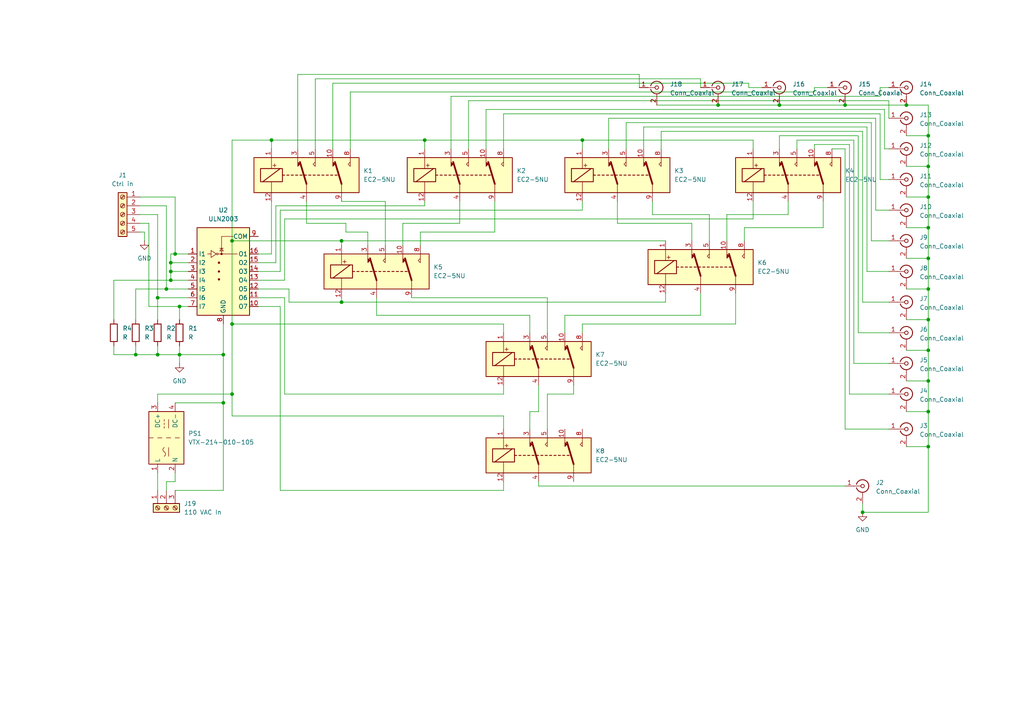
<source format=kicad_sch>
(kicad_sch
	(version 20250114)
	(generator "eeschema")
	(generator_version "9.0")
	(uuid "58f3f09e-2c42-4f34-b8bd-3c110251436a")
	(paper "A4")
	(lib_symbols
		(symbol "Connector:Conn_Coaxial"
			(pin_names
				(offset 1.016)
				(hide yes)
			)
			(exclude_from_sim no)
			(in_bom yes)
			(on_board yes)
			(property "Reference" "J"
				(at 0.254 3.048 0)
				(effects
					(font
						(size 1.27 1.27)
					)
				)
			)
			(property "Value" "Conn_Coaxial"
				(at 2.921 0 90)
				(effects
					(font
						(size 1.27 1.27)
					)
				)
			)
			(property "Footprint" ""
				(at 0 0 0)
				(effects
					(font
						(size 1.27 1.27)
					)
					(hide yes)
				)
			)
			(property "Datasheet" "~"
				(at 0 0 0)
				(effects
					(font
						(size 1.27 1.27)
					)
					(hide yes)
				)
			)
			(property "Description" "coaxial connector (BNC, SMA, SMB, SMC, Cinch/RCA, LEMO, ...)"
				(at 0 0 0)
				(effects
					(font
						(size 1.27 1.27)
					)
					(hide yes)
				)
			)
			(property "ki_keywords" "BNC SMA SMB SMC LEMO coaxial connector CINCH RCA MCX MMCX U.FL UMRF"
				(at 0 0 0)
				(effects
					(font
						(size 1.27 1.27)
					)
					(hide yes)
				)
			)
			(property "ki_fp_filters" "*BNC* *SMA* *SMB* *SMC* *Cinch* *LEMO* *UMRF* *MCX* *U.FL*"
				(at 0 0 0)
				(effects
					(font
						(size 1.27 1.27)
					)
					(hide yes)
				)
			)
			(symbol "Conn_Coaxial_0_1"
				(polyline
					(pts
						(xy -2.54 0) (xy -0.508 0)
					)
					(stroke
						(width 0)
						(type default)
					)
					(fill
						(type none)
					)
				)
				(arc
					(start 1.778 0)
					(mid 0.222 -1.8079)
					(end -1.778 -0.508)
					(stroke
						(width 0.254)
						(type default)
					)
					(fill
						(type none)
					)
				)
				(arc
					(start -1.778 0.508)
					(mid 0.2221 1.8084)
					(end 1.778 0)
					(stroke
						(width 0.254)
						(type default)
					)
					(fill
						(type none)
					)
				)
				(circle
					(center 0 0)
					(radius 0.508)
					(stroke
						(width 0.2032)
						(type default)
					)
					(fill
						(type none)
					)
				)
				(polyline
					(pts
						(xy 0 -2.54) (xy 0 -1.778)
					)
					(stroke
						(width 0)
						(type default)
					)
					(fill
						(type none)
					)
				)
			)
			(symbol "Conn_Coaxial_1_1"
				(pin passive line
					(at -5.08 0 0)
					(length 2.54)
					(name "In"
						(effects
							(font
								(size 1.27 1.27)
							)
						)
					)
					(number "1"
						(effects
							(font
								(size 1.27 1.27)
							)
						)
					)
				)
				(pin passive line
					(at 0 -5.08 90)
					(length 2.54)
					(name "Ext"
						(effects
							(font
								(size 1.27 1.27)
							)
						)
					)
					(number "2"
						(effects
							(font
								(size 1.27 1.27)
							)
						)
					)
				)
			)
			(embedded_fonts no)
		)
		(symbol "Connector:Screw_Terminal_01x03"
			(pin_names
				(offset 1.016)
				(hide yes)
			)
			(exclude_from_sim no)
			(in_bom yes)
			(on_board yes)
			(property "Reference" "J"
				(at 0 5.08 0)
				(effects
					(font
						(size 1.27 1.27)
					)
				)
			)
			(property "Value" "Screw_Terminal_01x03"
				(at 0 -5.08 0)
				(effects
					(font
						(size 1.27 1.27)
					)
				)
			)
			(property "Footprint" ""
				(at 0 0 0)
				(effects
					(font
						(size 1.27 1.27)
					)
					(hide yes)
				)
			)
			(property "Datasheet" "~"
				(at 0 0 0)
				(effects
					(font
						(size 1.27 1.27)
					)
					(hide yes)
				)
			)
			(property "Description" "Generic screw terminal, single row, 01x03, script generated (kicad-library-utils/schlib/autogen/connector/)"
				(at 0 0 0)
				(effects
					(font
						(size 1.27 1.27)
					)
					(hide yes)
				)
			)
			(property "ki_keywords" "screw terminal"
				(at 0 0 0)
				(effects
					(font
						(size 1.27 1.27)
					)
					(hide yes)
				)
			)
			(property "ki_fp_filters" "TerminalBlock*:*"
				(at 0 0 0)
				(effects
					(font
						(size 1.27 1.27)
					)
					(hide yes)
				)
			)
			(symbol "Screw_Terminal_01x03_1_1"
				(rectangle
					(start -1.27 3.81)
					(end 1.27 -3.81)
					(stroke
						(width 0.254)
						(type default)
					)
					(fill
						(type background)
					)
				)
				(polyline
					(pts
						(xy -0.5334 2.8702) (xy 0.3302 2.032)
					)
					(stroke
						(width 0.1524)
						(type default)
					)
					(fill
						(type none)
					)
				)
				(polyline
					(pts
						(xy -0.5334 0.3302) (xy 0.3302 -0.508)
					)
					(stroke
						(width 0.1524)
						(type default)
					)
					(fill
						(type none)
					)
				)
				(polyline
					(pts
						(xy -0.5334 -2.2098) (xy 0.3302 -3.048)
					)
					(stroke
						(width 0.1524)
						(type default)
					)
					(fill
						(type none)
					)
				)
				(polyline
					(pts
						(xy -0.3556 3.048) (xy 0.508 2.2098)
					)
					(stroke
						(width 0.1524)
						(type default)
					)
					(fill
						(type none)
					)
				)
				(polyline
					(pts
						(xy -0.3556 0.508) (xy 0.508 -0.3302)
					)
					(stroke
						(width 0.1524)
						(type default)
					)
					(fill
						(type none)
					)
				)
				(polyline
					(pts
						(xy -0.3556 -2.032) (xy 0.508 -2.8702)
					)
					(stroke
						(width 0.1524)
						(type default)
					)
					(fill
						(type none)
					)
				)
				(circle
					(center 0 2.54)
					(radius 0.635)
					(stroke
						(width 0.1524)
						(type default)
					)
					(fill
						(type none)
					)
				)
				(circle
					(center 0 0)
					(radius 0.635)
					(stroke
						(width 0.1524)
						(type default)
					)
					(fill
						(type none)
					)
				)
				(circle
					(center 0 -2.54)
					(radius 0.635)
					(stroke
						(width 0.1524)
						(type default)
					)
					(fill
						(type none)
					)
				)
				(pin passive line
					(at -5.08 2.54 0)
					(length 3.81)
					(name "Pin_1"
						(effects
							(font
								(size 1.27 1.27)
							)
						)
					)
					(number "1"
						(effects
							(font
								(size 1.27 1.27)
							)
						)
					)
				)
				(pin passive line
					(at -5.08 0 0)
					(length 3.81)
					(name "Pin_2"
						(effects
							(font
								(size 1.27 1.27)
							)
						)
					)
					(number "2"
						(effects
							(font
								(size 1.27 1.27)
							)
						)
					)
				)
				(pin passive line
					(at -5.08 -2.54 0)
					(length 3.81)
					(name "Pin_3"
						(effects
							(font
								(size 1.27 1.27)
							)
						)
					)
					(number "3"
						(effects
							(font
								(size 1.27 1.27)
							)
						)
					)
				)
			)
			(embedded_fonts no)
		)
		(symbol "Connector:Screw_Terminal_01x05"
			(pin_names
				(offset 1.016)
				(hide yes)
			)
			(exclude_from_sim no)
			(in_bom yes)
			(on_board yes)
			(property "Reference" "J"
				(at 0 7.62 0)
				(effects
					(font
						(size 1.27 1.27)
					)
				)
			)
			(property "Value" "Screw_Terminal_01x05"
				(at 0 -7.62 0)
				(effects
					(font
						(size 1.27 1.27)
					)
				)
			)
			(property "Footprint" ""
				(at 0 0 0)
				(effects
					(font
						(size 1.27 1.27)
					)
					(hide yes)
				)
			)
			(property "Datasheet" "~"
				(at 0 0 0)
				(effects
					(font
						(size 1.27 1.27)
					)
					(hide yes)
				)
			)
			(property "Description" "Generic screw terminal, single row, 01x05, script generated (kicad-library-utils/schlib/autogen/connector/)"
				(at 0 0 0)
				(effects
					(font
						(size 1.27 1.27)
					)
					(hide yes)
				)
			)
			(property "ki_keywords" "screw terminal"
				(at 0 0 0)
				(effects
					(font
						(size 1.27 1.27)
					)
					(hide yes)
				)
			)
			(property "ki_fp_filters" "TerminalBlock*:*"
				(at 0 0 0)
				(effects
					(font
						(size 1.27 1.27)
					)
					(hide yes)
				)
			)
			(symbol "Screw_Terminal_01x05_1_1"
				(rectangle
					(start -1.27 6.35)
					(end 1.27 -6.35)
					(stroke
						(width 0.254)
						(type default)
					)
					(fill
						(type background)
					)
				)
				(polyline
					(pts
						(xy -0.5334 5.4102) (xy 0.3302 4.572)
					)
					(stroke
						(width 0.1524)
						(type default)
					)
					(fill
						(type none)
					)
				)
				(polyline
					(pts
						(xy -0.5334 2.8702) (xy 0.3302 2.032)
					)
					(stroke
						(width 0.1524)
						(type default)
					)
					(fill
						(type none)
					)
				)
				(polyline
					(pts
						(xy -0.5334 0.3302) (xy 0.3302 -0.508)
					)
					(stroke
						(width 0.1524)
						(type default)
					)
					(fill
						(type none)
					)
				)
				(polyline
					(pts
						(xy -0.5334 -2.2098) (xy 0.3302 -3.048)
					)
					(stroke
						(width 0.1524)
						(type default)
					)
					(fill
						(type none)
					)
				)
				(polyline
					(pts
						(xy -0.5334 -4.7498) (xy 0.3302 -5.588)
					)
					(stroke
						(width 0.1524)
						(type default)
					)
					(fill
						(type none)
					)
				)
				(polyline
					(pts
						(xy -0.3556 5.588) (xy 0.508 4.7498)
					)
					(stroke
						(width 0.1524)
						(type default)
					)
					(fill
						(type none)
					)
				)
				(polyline
					(pts
						(xy -0.3556 3.048) (xy 0.508 2.2098)
					)
					(stroke
						(width 0.1524)
						(type default)
					)
					(fill
						(type none)
					)
				)
				(polyline
					(pts
						(xy -0.3556 0.508) (xy 0.508 -0.3302)
					)
					(stroke
						(width 0.1524)
						(type default)
					)
					(fill
						(type none)
					)
				)
				(polyline
					(pts
						(xy -0.3556 -2.032) (xy 0.508 -2.8702)
					)
					(stroke
						(width 0.1524)
						(type default)
					)
					(fill
						(type none)
					)
				)
				(polyline
					(pts
						(xy -0.3556 -4.572) (xy 0.508 -5.4102)
					)
					(stroke
						(width 0.1524)
						(type default)
					)
					(fill
						(type none)
					)
				)
				(circle
					(center 0 5.08)
					(radius 0.635)
					(stroke
						(width 0.1524)
						(type default)
					)
					(fill
						(type none)
					)
				)
				(circle
					(center 0 2.54)
					(radius 0.635)
					(stroke
						(width 0.1524)
						(type default)
					)
					(fill
						(type none)
					)
				)
				(circle
					(center 0 0)
					(radius 0.635)
					(stroke
						(width 0.1524)
						(type default)
					)
					(fill
						(type none)
					)
				)
				(circle
					(center 0 -2.54)
					(radius 0.635)
					(stroke
						(width 0.1524)
						(type default)
					)
					(fill
						(type none)
					)
				)
				(circle
					(center 0 -5.08)
					(radius 0.635)
					(stroke
						(width 0.1524)
						(type default)
					)
					(fill
						(type none)
					)
				)
				(pin passive line
					(at -5.08 5.08 0)
					(length 3.81)
					(name "Pin_1"
						(effects
							(font
								(size 1.27 1.27)
							)
						)
					)
					(number "1"
						(effects
							(font
								(size 1.27 1.27)
							)
						)
					)
				)
				(pin passive line
					(at -5.08 2.54 0)
					(length 3.81)
					(name "Pin_2"
						(effects
							(font
								(size 1.27 1.27)
							)
						)
					)
					(number "2"
						(effects
							(font
								(size 1.27 1.27)
							)
						)
					)
				)
				(pin passive line
					(at -5.08 0 0)
					(length 3.81)
					(name "Pin_3"
						(effects
							(font
								(size 1.27 1.27)
							)
						)
					)
					(number "3"
						(effects
							(font
								(size 1.27 1.27)
							)
						)
					)
				)
				(pin passive line
					(at -5.08 -2.54 0)
					(length 3.81)
					(name "Pin_4"
						(effects
							(font
								(size 1.27 1.27)
							)
						)
					)
					(number "4"
						(effects
							(font
								(size 1.27 1.27)
							)
						)
					)
				)
				(pin passive line
					(at -5.08 -5.08 0)
					(length 3.81)
					(name "Pin_5"
						(effects
							(font
								(size 1.27 1.27)
							)
						)
					)
					(number "5"
						(effects
							(font
								(size 1.27 1.27)
							)
						)
					)
				)
			)
			(embedded_fonts no)
		)
		(symbol "Converter_ACDC:VTX-214-010-105"
			(exclude_from_sim no)
			(in_bom yes)
			(on_board yes)
			(property "Reference" "PS"
				(at 0 8.89 0)
				(effects
					(font
						(size 1.27 1.27)
					)
				)
			)
			(property "Value" "VTX-214-010-105"
				(at 0 6.35 0)
				(effects
					(font
						(size 1.27 1.27)
					)
				)
			)
			(property "Footprint" "Converter_ACDC:Converter_ACDC_Vigortronix_VTX-214-010-1xx_THT"
				(at 0 11.43 0)
				(effects
					(font
						(size 1.27 1.27)
					)
					(hide yes)
				)
			)
			(property "Datasheet" "http://www.vigortronix.com/10WattACDCPCBPowerModule.aspx"
				(at 27.94 -20.32 0)
				(effects
					(font
						(size 1.27 1.27)
					)
					(hide yes)
				)
			)
			(property "Description" "5V Vigortronix 10W ACDC Converters"
				(at 0 0 0)
				(effects
					(font
						(size 1.27 1.27)
					)
					(hide yes)
				)
			)
			(property "ki_keywords" "5V 10W AC-DC module power supply"
				(at 0 0 0)
				(effects
					(font
						(size 1.27 1.27)
					)
					(hide yes)
				)
			)
			(property "ki_fp_filters" "Converter*ACDC*Vigortronix*VTX*214*010*1xx*"
				(at 0 0 0)
				(effects
					(font
						(size 1.27 1.27)
					)
					(hide yes)
				)
			)
			(symbol "VTX-214-010-105_0_1"
				(rectangle
					(start -7.62 5.08)
					(end 7.62 -5.08)
					(stroke
						(width 0.254)
						(type default)
					)
					(fill
						(type background)
					)
				)
				(polyline
					(pts
						(xy -5.334 -0.635) (xy -2.794 -0.635)
					)
					(stroke
						(width 0)
						(type default)
					)
					(fill
						(type none)
					)
				)
				(arc
					(start -4.064 0.635)
					(mid -4.699 0.2495)
					(end -5.334 0.635)
					(stroke
						(width 0)
						(type default)
					)
					(fill
						(type none)
					)
				)
				(arc
					(start -4.064 0.635)
					(mid -3.429 1.0072)
					(end -2.794 0.635)
					(stroke
						(width 0)
						(type default)
					)
					(fill
						(type none)
					)
				)
				(polyline
					(pts
						(xy 2.794 0.635) (xy 3.302 0.635)
					)
					(stroke
						(width 0)
						(type default)
					)
					(fill
						(type none)
					)
				)
				(polyline
					(pts
						(xy 2.794 -0.635) (xy 5.334 -0.635)
					)
					(stroke
						(width 0)
						(type default)
					)
					(fill
						(type none)
					)
				)
				(polyline
					(pts
						(xy 3.81 0.635) (xy 4.318 0.635)
					)
					(stroke
						(width 0)
						(type default)
					)
					(fill
						(type none)
					)
				)
				(polyline
					(pts
						(xy 4.826 0.635) (xy 5.334 0.635)
					)
					(stroke
						(width 0)
						(type default)
					)
					(fill
						(type none)
					)
				)
			)
			(symbol "VTX-214-010-105_1_1"
				(polyline
					(pts
						(xy 0 5.08) (xy 0 3.81)
					)
					(stroke
						(width 0)
						(type default)
					)
					(fill
						(type none)
					)
				)
				(polyline
					(pts
						(xy 0 2.54) (xy 0 1.27)
					)
					(stroke
						(width 0)
						(type default)
					)
					(fill
						(type none)
					)
				)
				(polyline
					(pts
						(xy 0 0) (xy 0 -1.27)
					)
					(stroke
						(width 0)
						(type default)
					)
					(fill
						(type none)
					)
				)
				(polyline
					(pts
						(xy 0 -2.54) (xy 0 -3.81)
					)
					(stroke
						(width 0)
						(type default)
					)
					(fill
						(type none)
					)
				)
				(pin power_in line
					(at -10.16 2.54 0)
					(length 2.54)
					(name "L"
						(effects
							(font
								(size 1.27 1.27)
							)
						)
					)
					(number "1"
						(effects
							(font
								(size 1.27 1.27)
							)
						)
					)
				)
				(pin power_in line
					(at -10.16 -2.54 0)
					(length 2.54)
					(name "N"
						(effects
							(font
								(size 1.27 1.27)
							)
						)
					)
					(number "2"
						(effects
							(font
								(size 1.27 1.27)
							)
						)
					)
				)
				(pin power_out line
					(at 10.16 2.54 180)
					(length 2.54)
					(name "DC+"
						(effects
							(font
								(size 1.27 1.27)
							)
						)
					)
					(number "3"
						(effects
							(font
								(size 1.27 1.27)
							)
						)
					)
				)
				(pin power_out line
					(at 10.16 -2.54 180)
					(length 2.54)
					(name "DC-"
						(effects
							(font
								(size 1.27 1.27)
							)
						)
					)
					(number "4"
						(effects
							(font
								(size 1.27 1.27)
							)
						)
					)
				)
			)
			(embedded_fonts no)
		)
		(symbol "Device:R"
			(pin_numbers
				(hide yes)
			)
			(pin_names
				(offset 0)
			)
			(exclude_from_sim no)
			(in_bom yes)
			(on_board yes)
			(property "Reference" "R"
				(at 2.032 0 90)
				(effects
					(font
						(size 1.27 1.27)
					)
				)
			)
			(property "Value" "R"
				(at 0 0 90)
				(effects
					(font
						(size 1.27 1.27)
					)
				)
			)
			(property "Footprint" ""
				(at -1.778 0 90)
				(effects
					(font
						(size 1.27 1.27)
					)
					(hide yes)
				)
			)
			(property "Datasheet" "~"
				(at 0 0 0)
				(effects
					(font
						(size 1.27 1.27)
					)
					(hide yes)
				)
			)
			(property "Description" "Resistor"
				(at 0 0 0)
				(effects
					(font
						(size 1.27 1.27)
					)
					(hide yes)
				)
			)
			(property "ki_keywords" "R res resistor"
				(at 0 0 0)
				(effects
					(font
						(size 1.27 1.27)
					)
					(hide yes)
				)
			)
			(property "ki_fp_filters" "R_*"
				(at 0 0 0)
				(effects
					(font
						(size 1.27 1.27)
					)
					(hide yes)
				)
			)
			(symbol "R_0_1"
				(rectangle
					(start -1.016 -2.54)
					(end 1.016 2.54)
					(stroke
						(width 0.254)
						(type default)
					)
					(fill
						(type none)
					)
				)
			)
			(symbol "R_1_1"
				(pin passive line
					(at 0 3.81 270)
					(length 1.27)
					(name "~"
						(effects
							(font
								(size 1.27 1.27)
							)
						)
					)
					(number "1"
						(effects
							(font
								(size 1.27 1.27)
							)
						)
					)
				)
				(pin passive line
					(at 0 -3.81 90)
					(length 1.27)
					(name "~"
						(effects
							(font
								(size 1.27 1.27)
							)
						)
					)
					(number "2"
						(effects
							(font
								(size 1.27 1.27)
							)
						)
					)
				)
			)
			(embedded_fonts no)
		)
		(symbol "Relay:EC2-5NU"
			(exclude_from_sim no)
			(in_bom yes)
			(on_board yes)
			(property "Reference" "K"
				(at 15.24 8.89 0)
				(effects
					(font
						(size 1.27 1.27)
					)
				)
			)
			(property "Value" "EC2-5NU"
				(at 19.05 6.35 0)
				(effects
					(font
						(size 1.27 1.27)
					)
				)
			)
			(property "Footprint" "Relay_THT:Relay_DPDT_Kemet_EC2_NU"
				(at 0 0 0)
				(effects
					(font
						(size 1.27 1.27)
					)
					(hide yes)
				)
			)
			(property "Datasheet" "https://content.kemet.com/datasheets/KEM_R7002_EC2_EE2.pdf"
				(at 0 0 0)
				(effects
					(font
						(size 1.27 1.27)
					)
					(hide yes)
				)
			)
			(property "Description" "General purpose signal relay, Kemet EC2 Series, DPDT (2 Form C), non-latching, through hole, 60W/125VA, 220VDC/250VAC, 2A, 5V DC coil"
				(at 0 0 0)
				(effects
					(font
						(size 1.27 1.27)
					)
					(hide yes)
				)
			)
			(property "ki_keywords" "signal relay double pole double throw DPDT DC coil non latching"
				(at 0 0 0)
				(effects
					(font
						(size 1.27 1.27)
					)
					(hide yes)
				)
			)
			(property "ki_fp_filters" "Relay*Kemet*EC2*"
				(at 0 0 0)
				(effects
					(font
						(size 1.27 1.27)
					)
					(hide yes)
				)
			)
			(symbol "EC2-5NU_1_1"
				(rectangle
					(start -15.24 5.08)
					(end 15.24 -5.08)
					(stroke
						(width 0.254)
						(type default)
					)
					(fill
						(type background)
					)
				)
				(rectangle
					(start -13.335 1.905)
					(end -6.985 -1.905)
					(stroke
						(width 0.254)
						(type default)
					)
					(fill
						(type none)
					)
				)
				(polyline
					(pts
						(xy -12.7 -1.905) (xy -7.62 1.905)
					)
					(stroke
						(width 0.254)
						(type default)
					)
					(fill
						(type none)
					)
				)
				(polyline
					(pts
						(xy -10.16 5.08) (xy -10.16 1.905)
					)
					(stroke
						(width 0)
						(type default)
					)
					(fill
						(type none)
					)
				)
				(polyline
					(pts
						(xy -10.16 -5.08) (xy -10.16 -1.905)
					)
					(stroke
						(width 0)
						(type default)
					)
					(fill
						(type none)
					)
				)
				(polyline
					(pts
						(xy -6.985 0) (xy -6.35 0)
					)
					(stroke
						(width 0.254)
						(type default)
					)
					(fill
						(type none)
					)
				)
				(polyline
					(pts
						(xy -5.715 0) (xy -5.08 0)
					)
					(stroke
						(width 0.254)
						(type default)
					)
					(fill
						(type none)
					)
				)
				(polyline
					(pts
						(xy -4.445 0) (xy -3.81 0)
					)
					(stroke
						(width 0.254)
						(type default)
					)
					(fill
						(type none)
					)
				)
				(polyline
					(pts
						(xy -3.175 0) (xy -2.54 0)
					)
					(stroke
						(width 0.254)
						(type default)
					)
					(fill
						(type none)
					)
				)
				(polyline
					(pts
						(xy -2.54 5.08) (xy -2.54 2.54) (xy -1.905 3.175) (xy -2.54 3.81)
					)
					(stroke
						(width 0)
						(type default)
					)
					(fill
						(type outline)
					)
				)
				(polyline
					(pts
						(xy -1.905 0) (xy -1.27 0)
					)
					(stroke
						(width 0.254)
						(type default)
					)
					(fill
						(type none)
					)
				)
				(polyline
					(pts
						(xy -0.635 0) (xy 0 0)
					)
					(stroke
						(width 0.254)
						(type default)
					)
					(fill
						(type none)
					)
				)
				(polyline
					(pts
						(xy 0 -2.54) (xy -1.905 3.81)
					)
					(stroke
						(width 0.508)
						(type default)
					)
					(fill
						(type none)
					)
				)
				(polyline
					(pts
						(xy 0 -2.54) (xy 0 -5.08)
					)
					(stroke
						(width 0)
						(type default)
					)
					(fill
						(type none)
					)
				)
				(polyline
					(pts
						(xy 0.635 0) (xy 1.27 0)
					)
					(stroke
						(width 0.254)
						(type default)
					)
					(fill
						(type none)
					)
				)
				(polyline
					(pts
						(xy 1.905 0) (xy 2.54 0)
					)
					(stroke
						(width 0.254)
						(type default)
					)
					(fill
						(type none)
					)
				)
				(polyline
					(pts
						(xy 2.54 5.08) (xy 2.54 2.54) (xy 1.905 3.175) (xy 2.54 3.81)
					)
					(stroke
						(width 0)
						(type default)
					)
					(fill
						(type none)
					)
				)
				(polyline
					(pts
						(xy 3.175 0) (xy 3.81 0)
					)
					(stroke
						(width 0.254)
						(type default)
					)
					(fill
						(type none)
					)
				)
				(polyline
					(pts
						(xy 4.445 0) (xy 5.08 0)
					)
					(stroke
						(width 0.254)
						(type default)
					)
					(fill
						(type none)
					)
				)
				(polyline
					(pts
						(xy 5.715 0) (xy 6.35 0)
					)
					(stroke
						(width 0.254)
						(type default)
					)
					(fill
						(type none)
					)
				)
				(polyline
					(pts
						(xy 6.985 0) (xy 7.62 0)
					)
					(stroke
						(width 0.254)
						(type default)
					)
					(fill
						(type none)
					)
				)
				(polyline
					(pts
						(xy 7.62 5.08) (xy 7.62 2.54) (xy 8.255 3.175) (xy 7.62 3.81)
					)
					(stroke
						(width 0)
						(type default)
					)
					(fill
						(type outline)
					)
				)
				(polyline
					(pts
						(xy 8.255 0) (xy 8.89 0)
					)
					(stroke
						(width 0.254)
						(type default)
					)
					(fill
						(type none)
					)
				)
				(polyline
					(pts
						(xy 10.16 -2.54) (xy 8.255 3.81)
					)
					(stroke
						(width 0.508)
						(type default)
					)
					(fill
						(type none)
					)
				)
				(polyline
					(pts
						(xy 10.16 -2.54) (xy 10.16 -5.08)
					)
					(stroke
						(width 0)
						(type default)
					)
					(fill
						(type none)
					)
				)
				(polyline
					(pts
						(xy 12.7 5.08) (xy 12.7 2.54) (xy 12.065 3.175) (xy 12.7 3.81)
					)
					(stroke
						(width 0)
						(type default)
					)
					(fill
						(type none)
					)
				)
				(text "+"
					(at -9.271 2.921 0)
					(effects
						(font
							(size 1.27 1.27)
						)
					)
				)
				(pin passive line
					(at -10.16 7.62 270)
					(length 2.54)
					(name "~"
						(effects
							(font
								(size 1.27 1.27)
							)
						)
					)
					(number "1"
						(effects
							(font
								(size 1.27 1.27)
							)
						)
					)
				)
				(pin passive line
					(at -10.16 -7.62 90)
					(length 2.54)
					(name "~"
						(effects
							(font
								(size 1.27 1.27)
							)
						)
					)
					(number "12"
						(effects
							(font
								(size 1.27 1.27)
							)
						)
					)
				)
				(pin passive line
					(at -2.54 7.62 270)
					(length 2.54)
					(name "~"
						(effects
							(font
								(size 1.27 1.27)
							)
						)
					)
					(number "3"
						(effects
							(font
								(size 1.27 1.27)
							)
						)
					)
				)
				(pin passive line
					(at 0 -7.62 90)
					(length 2.54)
					(name "~"
						(effects
							(font
								(size 1.27 1.27)
							)
						)
					)
					(number "4"
						(effects
							(font
								(size 1.27 1.27)
							)
						)
					)
				)
				(pin passive line
					(at 2.54 7.62 270)
					(length 2.54)
					(name "~"
						(effects
							(font
								(size 1.27 1.27)
							)
						)
					)
					(number "5"
						(effects
							(font
								(size 1.27 1.27)
							)
						)
					)
				)
				(pin passive line
					(at 7.62 7.62 270)
					(length 2.54)
					(name "~"
						(effects
							(font
								(size 1.27 1.27)
							)
						)
					)
					(number "10"
						(effects
							(font
								(size 1.27 1.27)
							)
						)
					)
				)
				(pin passive line
					(at 10.16 -7.62 90)
					(length 2.54)
					(name "~"
						(effects
							(font
								(size 1.27 1.27)
							)
						)
					)
					(number "9"
						(effects
							(font
								(size 1.27 1.27)
							)
						)
					)
				)
				(pin passive line
					(at 12.7 7.62 270)
					(length 2.54)
					(name "~"
						(effects
							(font
								(size 1.27 1.27)
							)
						)
					)
					(number "8"
						(effects
							(font
								(size 1.27 1.27)
							)
						)
					)
				)
			)
			(embedded_fonts no)
		)
		(symbol "Transistor_Array:ULN2003"
			(exclude_from_sim no)
			(in_bom yes)
			(on_board yes)
			(property "Reference" "U"
				(at 0 15.875 0)
				(effects
					(font
						(size 1.27 1.27)
					)
				)
			)
			(property "Value" "ULN2003"
				(at 0 13.97 0)
				(effects
					(font
						(size 1.27 1.27)
					)
				)
			)
			(property "Footprint" ""
				(at 1.27 -13.97 0)
				(effects
					(font
						(size 1.27 1.27)
					)
					(justify left)
					(hide yes)
				)
			)
			(property "Datasheet" "http://www.ti.com/lit/ds/symlink/uln2003a.pdf"
				(at 2.54 -5.08 0)
				(effects
					(font
						(size 1.27 1.27)
					)
					(hide yes)
				)
			)
			(property "Description" "High Voltage, High Current Darlington Transistor Arrays, SOIC16/SOIC16W/DIP16/TSSOP16"
				(at 0 0 0)
				(effects
					(font
						(size 1.27 1.27)
					)
					(hide yes)
				)
			)
			(property "ki_keywords" "darlington transistor array"
				(at 0 0 0)
				(effects
					(font
						(size 1.27 1.27)
					)
					(hide yes)
				)
			)
			(property "ki_fp_filters" "DIP*W7.62mm* SOIC*3.9x9.9mm*P1.27mm* SSOP*4.4x5.2mm*P0.65mm* TSSOP*4.4x5mm*P0.65mm* SOIC*W*5.3x10.2mm*P1.27mm*"
				(at 0 0 0)
				(effects
					(font
						(size 1.27 1.27)
					)
					(hide yes)
				)
			)
			(symbol "ULN2003_0_1"
				(rectangle
					(start -7.62 -12.7)
					(end 7.62 12.7)
					(stroke
						(width 0.254)
						(type default)
					)
					(fill
						(type background)
					)
				)
				(polyline
					(pts
						(xy -4.572 5.08) (xy -3.556 5.08)
					)
					(stroke
						(width 0)
						(type default)
					)
					(fill
						(type none)
					)
				)
				(polyline
					(pts
						(xy -3.556 6.096) (xy -3.556 4.064) (xy -2.032 5.08) (xy -3.556 6.096)
					)
					(stroke
						(width 0)
						(type default)
					)
					(fill
						(type none)
					)
				)
				(circle
					(center -1.778 5.08)
					(radius 0.254)
					(stroke
						(width 0)
						(type default)
					)
					(fill
						(type none)
					)
				)
				(polyline
					(pts
						(xy -1.524 5.08) (xy 4.064 5.08)
					)
					(stroke
						(width 0)
						(type default)
					)
					(fill
						(type none)
					)
				)
				(circle
					(center -1.27 2.54)
					(radius 0.254)
					(stroke
						(width 0)
						(type default)
					)
					(fill
						(type outline)
					)
				)
				(circle
					(center -1.27 0)
					(radius 0.254)
					(stroke
						(width 0)
						(type default)
					)
					(fill
						(type outline)
					)
				)
				(circle
					(center -1.27 -2.286)
					(radius 0.254)
					(stroke
						(width 0)
						(type default)
					)
					(fill
						(type outline)
					)
				)
				(circle
					(center -0.508 5.08)
					(radius 0.254)
					(stroke
						(width 0)
						(type default)
					)
					(fill
						(type outline)
					)
				)
				(polyline
					(pts
						(xy -0.508 5.08) (xy -0.508 10.16) (xy 2.921 10.16)
					)
					(stroke
						(width 0)
						(type default)
					)
					(fill
						(type none)
					)
				)
				(polyline
					(pts
						(xy 0 6.731) (xy -1.016 6.731)
					)
					(stroke
						(width 0)
						(type default)
					)
					(fill
						(type none)
					)
				)
				(polyline
					(pts
						(xy 0 5.969) (xy -1.016 5.969) (xy -0.508 6.731) (xy 0 5.969)
					)
					(stroke
						(width 0)
						(type default)
					)
					(fill
						(type none)
					)
				)
			)
			(symbol "ULN2003_1_1"
				(pin input line
					(at -10.16 5.08 0)
					(length 2.54)
					(name "I1"
						(effects
							(font
								(size 1.27 1.27)
							)
						)
					)
					(number "1"
						(effects
							(font
								(size 1.27 1.27)
							)
						)
					)
				)
				(pin input line
					(at -10.16 2.54 0)
					(length 2.54)
					(name "I2"
						(effects
							(font
								(size 1.27 1.27)
							)
						)
					)
					(number "2"
						(effects
							(font
								(size 1.27 1.27)
							)
						)
					)
				)
				(pin input line
					(at -10.16 0 0)
					(length 2.54)
					(name "I3"
						(effects
							(font
								(size 1.27 1.27)
							)
						)
					)
					(number "3"
						(effects
							(font
								(size 1.27 1.27)
							)
						)
					)
				)
				(pin input line
					(at -10.16 -2.54 0)
					(length 2.54)
					(name "I4"
						(effects
							(font
								(size 1.27 1.27)
							)
						)
					)
					(number "4"
						(effects
							(font
								(size 1.27 1.27)
							)
						)
					)
				)
				(pin input line
					(at -10.16 -5.08 0)
					(length 2.54)
					(name "I5"
						(effects
							(font
								(size 1.27 1.27)
							)
						)
					)
					(number "5"
						(effects
							(font
								(size 1.27 1.27)
							)
						)
					)
				)
				(pin input line
					(at -10.16 -7.62 0)
					(length 2.54)
					(name "I6"
						(effects
							(font
								(size 1.27 1.27)
							)
						)
					)
					(number "6"
						(effects
							(font
								(size 1.27 1.27)
							)
						)
					)
				)
				(pin input line
					(at -10.16 -10.16 0)
					(length 2.54)
					(name "I7"
						(effects
							(font
								(size 1.27 1.27)
							)
						)
					)
					(number "7"
						(effects
							(font
								(size 1.27 1.27)
							)
						)
					)
				)
				(pin power_in line
					(at 0 -15.24 90)
					(length 2.54)
					(name "GND"
						(effects
							(font
								(size 1.27 1.27)
							)
						)
					)
					(number "8"
						(effects
							(font
								(size 1.27 1.27)
							)
						)
					)
				)
				(pin passive line
					(at 10.16 10.16 180)
					(length 2.54)
					(name "COM"
						(effects
							(font
								(size 1.27 1.27)
							)
						)
					)
					(number "9"
						(effects
							(font
								(size 1.27 1.27)
							)
						)
					)
				)
				(pin open_collector line
					(at 10.16 5.08 180)
					(length 2.54)
					(name "O1"
						(effects
							(font
								(size 1.27 1.27)
							)
						)
					)
					(number "16"
						(effects
							(font
								(size 1.27 1.27)
							)
						)
					)
				)
				(pin open_collector line
					(at 10.16 2.54 180)
					(length 2.54)
					(name "O2"
						(effects
							(font
								(size 1.27 1.27)
							)
						)
					)
					(number "15"
						(effects
							(font
								(size 1.27 1.27)
							)
						)
					)
				)
				(pin open_collector line
					(at 10.16 0 180)
					(length 2.54)
					(name "O3"
						(effects
							(font
								(size 1.27 1.27)
							)
						)
					)
					(number "14"
						(effects
							(font
								(size 1.27 1.27)
							)
						)
					)
				)
				(pin open_collector line
					(at 10.16 -2.54 180)
					(length 2.54)
					(name "O4"
						(effects
							(font
								(size 1.27 1.27)
							)
						)
					)
					(number "13"
						(effects
							(font
								(size 1.27 1.27)
							)
						)
					)
				)
				(pin open_collector line
					(at 10.16 -5.08 180)
					(length 2.54)
					(name "O5"
						(effects
							(font
								(size 1.27 1.27)
							)
						)
					)
					(number "12"
						(effects
							(font
								(size 1.27 1.27)
							)
						)
					)
				)
				(pin open_collector line
					(at 10.16 -7.62 180)
					(length 2.54)
					(name "O6"
						(effects
							(font
								(size 1.27 1.27)
							)
						)
					)
					(number "11"
						(effects
							(font
								(size 1.27 1.27)
							)
						)
					)
				)
				(pin open_collector line
					(at 10.16 -10.16 180)
					(length 2.54)
					(name "O7"
						(effects
							(font
								(size 1.27 1.27)
							)
						)
					)
					(number "10"
						(effects
							(font
								(size 1.27 1.27)
							)
						)
					)
				)
			)
			(embedded_fonts no)
		)
		(symbol "power:GND"
			(power)
			(pin_numbers
				(hide yes)
			)
			(pin_names
				(offset 0)
				(hide yes)
			)
			(exclude_from_sim no)
			(in_bom yes)
			(on_board yes)
			(property "Reference" "#PWR"
				(at 0 -6.35 0)
				(effects
					(font
						(size 1.27 1.27)
					)
					(hide yes)
				)
			)
			(property "Value" "GND"
				(at 0 -3.81 0)
				(effects
					(font
						(size 1.27 1.27)
					)
				)
			)
			(property "Footprint" ""
				(at 0 0 0)
				(effects
					(font
						(size 1.27 1.27)
					)
					(hide yes)
				)
			)
			(property "Datasheet" ""
				(at 0 0 0)
				(effects
					(font
						(size 1.27 1.27)
					)
					(hide yes)
				)
			)
			(property "Description" "Power symbol creates a global label with name \"GND\" , ground"
				(at 0 0 0)
				(effects
					(font
						(size 1.27 1.27)
					)
					(hide yes)
				)
			)
			(property "ki_keywords" "global power"
				(at 0 0 0)
				(effects
					(font
						(size 1.27 1.27)
					)
					(hide yes)
				)
			)
			(symbol "GND_0_1"
				(polyline
					(pts
						(xy 0 0) (xy 0 -1.27) (xy 1.27 -1.27) (xy 0 -2.54) (xy -1.27 -1.27) (xy 0 -1.27)
					)
					(stroke
						(width 0)
						(type default)
					)
					(fill
						(type none)
					)
				)
			)
			(symbol "GND_1_1"
				(pin power_in line
					(at 0 0 270)
					(length 0)
					(name "~"
						(effects
							(font
								(size 1.27 1.27)
							)
						)
					)
					(number "1"
						(effects
							(font
								(size 1.27 1.27)
							)
						)
					)
				)
			)
			(embedded_fonts no)
		)
	)
	(junction
		(at 262.89 30.48)
		(diameter 0)
		(color 0 0 0 0)
		(uuid "0199327b-f038-4e52-8b50-9f04a88b8e78")
	)
	(junction
		(at 269.24 110.49)
		(diameter 0)
		(color 0 0 0 0)
		(uuid "0de1b778-9390-43df-beed-b77db7c02f45")
	)
	(junction
		(at 39.37 102.87)
		(diameter 0)
		(color 0 0 0 0)
		(uuid "0f8dddd2-a998-41a0-8652-f47dadc2336b")
	)
	(junction
		(at 208.28 30.48)
		(diameter 0)
		(color 0 0 0 0)
		(uuid "15626219-221f-4f54-b0e8-2b8ba0e6f533")
	)
	(junction
		(at 269.24 119.38)
		(diameter 0)
		(color 0 0 0 0)
		(uuid "26a2abda-df8d-47d4-a7d4-8a79e2507e98")
	)
	(junction
		(at 64.77 116.84)
		(diameter 0)
		(color 0 0 0 0)
		(uuid "289f8312-fe4e-4074-8dd8-60e0701df5f9")
	)
	(junction
		(at 50.8 73.66)
		(diameter 0)
		(color 0 0 0 0)
		(uuid "298f9ec5-3fb9-4c8f-a227-796240f19dfa")
	)
	(junction
		(at 67.31 93.98)
		(diameter 0)
		(color 0 0 0 0)
		(uuid "2b4e67ff-9c4b-4a29-b131-9ecf6b112313")
	)
	(junction
		(at 245.11 30.48)
		(diameter 0)
		(color 0 0 0 0)
		(uuid "2ec5eca1-1741-4e62-b9e8-b57aac6042b8")
	)
	(junction
		(at 49.53 81.28)
		(diameter 0)
		(color 0 0 0 0)
		(uuid "3a3d3b1e-93db-4cef-8a1b-b397a7e63bc7")
	)
	(junction
		(at 269.24 129.54)
		(diameter 0)
		(color 0 0 0 0)
		(uuid "4221fe62-f85e-4b56-86b1-68f6a2304434")
	)
	(junction
		(at 78.74 40.64)
		(diameter 0)
		(color 0 0 0 0)
		(uuid "437432d6-2531-4096-be16-8c5a3dd6b481")
	)
	(junction
		(at 269.24 66.04)
		(diameter 0)
		(color 0 0 0 0)
		(uuid "449e4160-b76e-47f2-8273-264291fde904")
	)
	(junction
		(at 45.72 102.87)
		(diameter 0)
		(color 0 0 0 0)
		(uuid "497348e6-1e57-4ec3-91f8-dc7341e0492b")
	)
	(junction
		(at 99.06 69.85)
		(diameter 0)
		(color 0 0 0 0)
		(uuid "4c9df918-cbfd-41f3-894e-2d7dd788564e")
	)
	(junction
		(at 67.31 114.3)
		(diameter 0)
		(color 0 0 0 0)
		(uuid "52cccde1-c616-41e5-9121-fe915c840d3e")
	)
	(junction
		(at 48.26 83.82)
		(diameter 0)
		(color 0 0 0 0)
		(uuid "669de810-4bf5-4dbf-bfad-cea7e2fe9164")
	)
	(junction
		(at 64.77 102.87)
		(diameter 0)
		(color 0 0 0 0)
		(uuid "67fffaa2-ec55-486f-b20b-c1d130977d54")
	)
	(junction
		(at 269.24 57.15)
		(diameter 0)
		(color 0 0 0 0)
		(uuid "6de16747-81f7-4bb7-b9f4-f2d83c63c538")
	)
	(junction
		(at 226.06 30.48)
		(diameter 0)
		(color 0 0 0 0)
		(uuid "748fd8b0-58ee-4466-9cf2-06b8c4d30ae7")
	)
	(junction
		(at 269.24 92.71)
		(diameter 0)
		(color 0 0 0 0)
		(uuid "74cd4873-b47a-4c28-88ad-ea0d0fcddc49")
	)
	(junction
		(at 250.19 148.59)
		(diameter 0)
		(color 0 0 0 0)
		(uuid "77e2db31-c74d-410f-9e96-baab70d0b313")
	)
	(junction
		(at 269.24 48.26)
		(diameter 0)
		(color 0 0 0 0)
		(uuid "825da21b-433b-4686-b559-429670ef2e37")
	)
	(junction
		(at 45.72 86.36)
		(diameter 0)
		(color 0 0 0 0)
		(uuid "8550445f-0dc5-428f-878e-983939386daa")
	)
	(junction
		(at 123.19 40.64)
		(diameter 0)
		(color 0 0 0 0)
		(uuid "9f5ba6f4-24f0-4d8c-8daf-4025190687b8")
	)
	(junction
		(at 52.07 102.87)
		(diameter 0)
		(color 0 0 0 0)
		(uuid "a1129ead-7b4d-4b66-a756-66638b4f18e8")
	)
	(junction
		(at 52.07 88.9)
		(diameter 0)
		(color 0 0 0 0)
		(uuid "aab3e21e-b44a-4d76-9da8-85092899eed1")
	)
	(junction
		(at 49.53 78.74)
		(diameter 0)
		(color 0 0 0 0)
		(uuid "ae46bfd3-4d50-4922-b2a1-be71e3ac2a16")
	)
	(junction
		(at 269.24 83.82)
		(diameter 0)
		(color 0 0 0 0)
		(uuid "c08bec44-dae7-4e4b-8dca-e8c8e5f84945")
	)
	(junction
		(at 269.24 74.93)
		(diameter 0)
		(color 0 0 0 0)
		(uuid "c74c7e61-dac0-4043-91a3-b5ff4e2a8991")
	)
	(junction
		(at 269.24 39.37)
		(diameter 0)
		(color 0 0 0 0)
		(uuid "c8adcfd7-0397-4dcf-856a-d8a8b7c4d727")
	)
	(junction
		(at 49.53 76.2)
		(diameter 0)
		(color 0 0 0 0)
		(uuid "cab199c2-7428-4059-b5ad-e2e0a098a142")
	)
	(junction
		(at 99.06 87.63)
		(diameter 0)
		(color 0 0 0 0)
		(uuid "d02bcc79-b2b5-413c-a458-0de2bc43398d")
	)
	(junction
		(at 168.91 40.64)
		(diameter 0)
		(color 0 0 0 0)
		(uuid "eb26880d-23b5-4c6e-aa63-485680e1be2e")
	)
	(junction
		(at 67.31 69.85)
		(diameter 0)
		(color 0 0 0 0)
		(uuid "f150677f-4393-4ed2-b9f3-9bb482a72d3f")
	)
	(junction
		(at 269.24 101.6)
		(diameter 0)
		(color 0 0 0 0)
		(uuid "f7073bc9-67fc-4b3b-8698-5376ccd2d157")
	)
	(wire
		(pts
			(xy 269.24 57.15) (xy 269.24 66.04)
		)
		(stroke
			(width 0)
			(type default)
		)
		(uuid "003b1dab-1441-493f-b3ab-dcfd5e4e24ad")
	)
	(wire
		(pts
			(xy 190.5 30.48) (xy 208.28 30.48)
		)
		(stroke
			(width 0)
			(type default)
		)
		(uuid "00f4f387-fed5-47c6-be27-8dd486523152")
	)
	(wire
		(pts
			(xy 252.73 35.56) (xy 252.73 69.85)
		)
		(stroke
			(width 0)
			(type default)
		)
		(uuid "02b82ded-8725-4078-9ed2-3150b927027e")
	)
	(wire
		(pts
			(xy 156.21 119.38) (xy 156.21 111.76)
		)
		(stroke
			(width 0)
			(type default)
		)
		(uuid "03ebbdb4-885e-48b2-a2bc-cd0d3e1ea067")
	)
	(wire
		(pts
			(xy 146.05 93.98) (xy 146.05 96.52)
		)
		(stroke
			(width 0)
			(type default)
		)
		(uuid "05dc71bd-f068-4349-9b69-bcd7167ba761")
	)
	(wire
		(pts
			(xy 191.77 38.1) (xy 250.19 38.1)
		)
		(stroke
			(width 0)
			(type default)
		)
		(uuid "080f7ba4-1f39-433d-b103-81aca9104f15")
	)
	(wire
		(pts
			(xy 67.31 40.64) (xy 78.74 40.64)
		)
		(stroke
			(width 0)
			(type default)
		)
		(uuid "0a2d9304-dee0-4c62-af29-9b5c02168bc4")
	)
	(wire
		(pts
			(xy 48.26 142.24) (xy 48.26 139.7)
		)
		(stroke
			(width 0)
			(type default)
		)
		(uuid "0a8d8526-0676-4711-bf51-2e1967cb8061")
	)
	(wire
		(pts
			(xy 146.05 120.65) (xy 146.05 124.46)
		)
		(stroke
			(width 0)
			(type default)
		)
		(uuid "0ac0d964-e89a-4efe-8b24-6f26962308a2")
	)
	(wire
		(pts
			(xy 176.53 43.18) (xy 176.53 34.29)
		)
		(stroke
			(width 0)
			(type default)
		)
		(uuid "0b1919bf-85ab-4240-834d-b3fb379b75b7")
	)
	(wire
		(pts
			(xy 101.6 43.18) (xy 101.6 26.67)
		)
		(stroke
			(width 0)
			(type default)
		)
		(uuid "0b37620a-6d25-4fc4-8784-535e6406311a")
	)
	(wire
		(pts
			(xy 156.21 139.7) (xy 156.21 140.97)
		)
		(stroke
			(width 0)
			(type default)
		)
		(uuid "0b56a5ea-a43a-4583-8fc6-309b4a6f178f")
	)
	(wire
		(pts
			(xy 54.61 78.74) (xy 49.53 78.74)
		)
		(stroke
			(width 0)
			(type default)
		)
		(uuid "0d1bd64a-5554-408a-907b-b92d67ee52db")
	)
	(wire
		(pts
			(xy 74.93 76.2) (xy 80.01 76.2)
		)
		(stroke
			(width 0)
			(type default)
		)
		(uuid "0e11cb9a-2e3d-40e3-b294-4cecc2533c79")
	)
	(wire
		(pts
			(xy 218.44 40.64) (xy 218.44 43.18)
		)
		(stroke
			(width 0)
			(type default)
		)
		(uuid "0e64823f-ceb6-418a-890d-89010e0e2065")
	)
	(wire
		(pts
			(xy 67.31 69.85) (xy 99.06 69.85)
		)
		(stroke
			(width 0)
			(type default)
		)
		(uuid "0ecdae16-b867-4b97-93b9-dab13c2f0d75")
	)
	(wire
		(pts
			(xy 269.24 148.59) (xy 250.19 148.59)
		)
		(stroke
			(width 0)
			(type default)
		)
		(uuid "10f45584-b6a9-4750-84cf-f1d4f8780a2e")
	)
	(wire
		(pts
			(xy 236.22 43.18) (xy 236.22 41.91)
		)
		(stroke
			(width 0)
			(type default)
		)
		(uuid "119abb0f-43ce-4aee-987e-e9b7615b74d3")
	)
	(wire
		(pts
			(xy 262.89 30.48) (xy 269.24 30.48)
		)
		(stroke
			(width 0)
			(type default)
		)
		(uuid "12003f5e-edc2-4abf-9934-915f79c386a8")
	)
	(wire
		(pts
			(xy 106.68 67.31) (xy 106.68 71.12)
		)
		(stroke
			(width 0)
			(type default)
		)
		(uuid "121798da-5c2a-49c0-8b8c-2a34295bf489")
	)
	(wire
		(pts
			(xy 262.89 66.04) (xy 269.24 66.04)
		)
		(stroke
			(width 0)
			(type default)
		)
		(uuid "1344759a-134b-476e-8377-792d3b942f11")
	)
	(wire
		(pts
			(xy 231.14 40.64) (xy 247.65 40.64)
		)
		(stroke
			(width 0)
			(type default)
		)
		(uuid "134abfdd-578e-42c0-9ce8-a9056fa02f39")
	)
	(wire
		(pts
			(xy 40.64 67.31) (xy 41.91 67.31)
		)
		(stroke
			(width 0)
			(type default)
		)
		(uuid "15e19cfa-6f6c-4ae9-bc33-7faba070c694")
	)
	(wire
		(pts
			(xy 250.19 87.63) (xy 257.81 87.63)
		)
		(stroke
			(width 0)
			(type default)
		)
		(uuid "165e00d7-2634-4abe-8159-30a9bb9d11ac")
	)
	(wire
		(pts
			(xy 83.82 83.82) (xy 83.82 87.63)
		)
		(stroke
			(width 0)
			(type default)
		)
		(uuid "16770554-64da-4127-997f-0e1791420543")
	)
	(wire
		(pts
			(xy 99.06 69.85) (xy 193.04 69.85)
		)
		(stroke
			(width 0)
			(type default)
		)
		(uuid "16fb5814-25df-4361-9baa-51ee58afa906")
	)
	(wire
		(pts
			(xy 78.74 58.42) (xy 78.74 73.66)
		)
		(stroke
			(width 0)
			(type default)
		)
		(uuid "172dc33b-a76c-40bd-a8cd-99f1d9db1cf9")
	)
	(wire
		(pts
			(xy 39.37 100.33) (xy 39.37 102.87)
		)
		(stroke
			(width 0)
			(type default)
		)
		(uuid "17e3df5a-93ca-45d9-a3e6-b83cb83d8bde")
	)
	(wire
		(pts
			(xy 238.76 66.04) (xy 215.9 66.04)
		)
		(stroke
			(width 0)
			(type default)
		)
		(uuid "18ca67fb-0bd4-490b-8bf9-1e03bd400662")
	)
	(wire
		(pts
			(xy 226.06 39.37) (xy 248.92 39.37)
		)
		(stroke
			(width 0)
			(type default)
		)
		(uuid "1c9137cf-9ba6-483a-b0af-27b17bbd18ae")
	)
	(wire
		(pts
			(xy 99.06 58.42) (xy 111.76 58.42)
		)
		(stroke
			(width 0)
			(type default)
		)
		(uuid "1c9a54b7-71bd-4988-84a6-aae91039a5d5")
	)
	(wire
		(pts
			(xy 228.6 62.23) (xy 210.82 62.23)
		)
		(stroke
			(width 0)
			(type default)
		)
		(uuid "1def88c8-4c6c-4528-99ac-14e425d7a5a3")
	)
	(wire
		(pts
			(xy 39.37 92.71) (xy 39.37 83.82)
		)
		(stroke
			(width 0)
			(type default)
		)
		(uuid "1e4b9f44-9c94-4c21-af75-957e6748843a")
	)
	(wire
		(pts
			(xy 269.24 110.49) (xy 269.24 119.38)
		)
		(stroke
			(width 0)
			(type default)
		)
		(uuid "1f6ed1fb-893b-4039-a016-b6f9fe23a8e4")
	)
	(wire
		(pts
			(xy 191.77 43.18) (xy 191.77 38.1)
		)
		(stroke
			(width 0)
			(type default)
		)
		(uuid "216d045d-8b5b-4b83-987c-380bbb98cc87")
	)
	(wire
		(pts
			(xy 251.46 36.83) (xy 251.46 78.74)
		)
		(stroke
			(width 0)
			(type default)
		)
		(uuid "21f1f7f1-139b-437e-8535-973b212a57f4")
	)
	(wire
		(pts
			(xy 158.75 86.36) (xy 158.75 96.52)
		)
		(stroke
			(width 0)
			(type default)
		)
		(uuid "232765f6-1e86-40de-8985-92444659425e")
	)
	(wire
		(pts
			(xy 246.38 114.3) (xy 257.81 114.3)
		)
		(stroke
			(width 0)
			(type default)
		)
		(uuid "23c86f15-99f9-4136-8c62-389af673f2ca")
	)
	(wire
		(pts
			(xy 49.53 78.74) (xy 49.53 81.28)
		)
		(stroke
			(width 0)
			(type default)
		)
		(uuid "23ea6933-4cff-469b-885a-d852169bb105")
	)
	(wire
		(pts
			(xy 254 34.29) (xy 254 60.96)
		)
		(stroke
			(width 0)
			(type default)
		)
		(uuid "25a0a66b-00cf-4622-bea4-4a0f0a3fb440")
	)
	(wire
		(pts
			(xy 146.05 33.02) (xy 255.27 33.02)
		)
		(stroke
			(width 0)
			(type default)
		)
		(uuid "2a457f7b-3622-446a-b4f3-f3c8c4799e07")
	)
	(wire
		(pts
			(xy 80.01 76.2) (xy 80.01 59.69)
		)
		(stroke
			(width 0)
			(type default)
		)
		(uuid "2a64ca2c-7841-45f6-846a-0be34d3ed5a9")
	)
	(wire
		(pts
			(xy 176.53 34.29) (xy 254 34.29)
		)
		(stroke
			(width 0)
			(type default)
		)
		(uuid "2ad2ec69-e41a-4964-8cd8-8e731915c6d3")
	)
	(wire
		(pts
			(xy 67.31 120.65) (xy 146.05 120.65)
		)
		(stroke
			(width 0)
			(type default)
		)
		(uuid "3032746e-ef82-42f7-bd2e-44a3d5882627")
	)
	(wire
		(pts
			(xy 100.33 67.31) (xy 106.68 67.31)
		)
		(stroke
			(width 0)
			(type default)
		)
		(uuid "330b03ae-e61b-43c0-9380-f3d801c2244e")
	)
	(wire
		(pts
			(xy 45.72 102.87) (xy 52.07 102.87)
		)
		(stroke
			(width 0)
			(type default)
		)
		(uuid "33a7f51a-ffec-401f-98a5-c0136a630974")
	)
	(wire
		(pts
			(xy 252.73 69.85) (xy 257.81 69.85)
		)
		(stroke
			(width 0)
			(type default)
		)
		(uuid "344c2065-16be-4037-9ce3-5d4cc6ea7ed2")
	)
	(wire
		(pts
			(xy 158.75 114.3) (xy 166.37 114.3)
		)
		(stroke
			(width 0)
			(type default)
		)
		(uuid "3584bab4-01c9-4a35-b457-5db38bb8ddeb")
	)
	(wire
		(pts
			(xy 168.91 96.52) (xy 168.91 93.98)
		)
		(stroke
			(width 0)
			(type default)
		)
		(uuid "3661edd2-0a82-4708-adb6-3582acf0bcb9")
	)
	(wire
		(pts
			(xy 200.66 64.77) (xy 200.66 69.85)
		)
		(stroke
			(width 0)
			(type default)
		)
		(uuid "368a6635-3409-4095-b7e6-4cf1212bc9ad")
	)
	(wire
		(pts
			(xy 119.38 86.36) (xy 158.75 86.36)
		)
		(stroke
			(width 0)
			(type default)
		)
		(uuid "36a4d0e4-c553-4338-bac6-b79a70818a8a")
	)
	(wire
		(pts
			(xy 255.27 33.02) (xy 255.27 52.07)
		)
		(stroke
			(width 0)
			(type default)
		)
		(uuid "37503e87-3cd4-4241-bbf5-93915e43d09d")
	)
	(wire
		(pts
			(xy 45.72 62.23) (xy 45.72 86.36)
		)
		(stroke
			(width 0)
			(type default)
		)
		(uuid "382bc0a4-3b75-42c4-b184-41daef74976f")
	)
	(wire
		(pts
			(xy 262.89 83.82) (xy 269.24 83.82)
		)
		(stroke
			(width 0)
			(type default)
		)
		(uuid "3953494d-3246-409d-93be-08ea862be46f")
	)
	(wire
		(pts
			(xy 135.89 43.18) (xy 135.89 29.21)
		)
		(stroke
			(width 0)
			(type default)
		)
		(uuid "3b24c854-480d-431a-beca-94786c795a57")
	)
	(wire
		(pts
			(xy 246.38 41.91) (xy 246.38 114.3)
		)
		(stroke
			(width 0)
			(type default)
		)
		(uuid "3d0f3b1c-6c2f-4e31-b84c-a6e68c6677e6")
	)
	(wire
		(pts
			(xy 238.76 58.42) (xy 238.76 66.04)
		)
		(stroke
			(width 0)
			(type default)
		)
		(uuid "3f011aed-118a-42a9-91da-d4177172c25d")
	)
	(wire
		(pts
			(xy 248.92 96.52) (xy 257.81 96.52)
		)
		(stroke
			(width 0)
			(type default)
		)
		(uuid "40b7d270-8f6d-48eb-8e73-b65dda783df4")
	)
	(wire
		(pts
			(xy 121.92 67.31) (xy 143.51 67.31)
		)
		(stroke
			(width 0)
			(type default)
		)
		(uuid "4432a41b-bce0-443c-8bc6-4aac314fcf7e")
	)
	(wire
		(pts
			(xy 130.81 27.94) (xy 255.27 27.94)
		)
		(stroke
			(width 0)
			(type default)
		)
		(uuid "44a62e38-60b3-4ac7-8082-04d6147b39cb")
	)
	(wire
		(pts
			(xy 257.81 29.21) (xy 257.81 34.29)
		)
		(stroke
			(width 0)
			(type default)
		)
		(uuid "459a0661-d85d-4c57-b40c-ff2db6f2985f")
	)
	(wire
		(pts
			(xy 67.31 114.3) (xy 67.31 120.65)
		)
		(stroke
			(width 0)
			(type default)
		)
		(uuid "46cbc2de-5145-46ef-9342-4472626a4885")
	)
	(wire
		(pts
			(xy 168.91 40.64) (xy 168.91 43.18)
		)
		(stroke
			(width 0)
			(type default)
		)
		(uuid "4776892d-5106-4546-a016-eb2fbd144eb0")
	)
	(wire
		(pts
			(xy 123.19 40.64) (xy 123.19 43.18)
		)
		(stroke
			(width 0)
			(type default)
		)
		(uuid "477faf4d-53dd-4db3-9d67-d7ed6f8dcd09")
	)
	(wire
		(pts
			(xy 121.92 71.12) (xy 121.92 67.31)
		)
		(stroke
			(width 0)
			(type default)
		)
		(uuid "485fe9cd-54f5-4f06-84ed-a7f5ff7c0422")
	)
	(wire
		(pts
			(xy 64.77 142.24) (xy 64.77 116.84)
		)
		(stroke
			(width 0)
			(type default)
		)
		(uuid "48fc063f-770a-421f-b082-fa6d6dfcaa2d")
	)
	(wire
		(pts
			(xy 186.69 36.83) (xy 251.46 36.83)
		)
		(stroke
			(width 0)
			(type default)
		)
		(uuid "49ce9632-b27b-4ac0-bcb8-a240dec37549")
	)
	(wire
		(pts
			(xy 181.61 35.56) (xy 252.73 35.56)
		)
		(stroke
			(width 0)
			(type default)
		)
		(uuid "4bb36182-33ae-4081-8914-a23fb282c6bb")
	)
	(wire
		(pts
			(xy 248.92 39.37) (xy 248.92 96.52)
		)
		(stroke
			(width 0)
			(type default)
		)
		(uuid "4d98afa6-a3fe-4ea8-9677-b6b567eea945")
	)
	(wire
		(pts
			(xy 168.91 60.96) (xy 168.91 58.42)
		)
		(stroke
			(width 0)
			(type default)
		)
		(uuid "4e43af28-1f64-4dc8-9090-2db2e82df066")
	)
	(wire
		(pts
			(xy 49.53 76.2) (xy 49.53 73.66)
		)
		(stroke
			(width 0)
			(type default)
		)
		(uuid "4eb5074d-2ea2-4198-a357-d1ca6e7b7841")
	)
	(wire
		(pts
			(xy 99.06 69.85) (xy 99.06 71.12)
		)
		(stroke
			(width 0)
			(type default)
		)
		(uuid "5078f6d6-3bd7-4962-80bb-ccc982bcd0fa")
	)
	(wire
		(pts
			(xy 269.24 30.48) (xy 269.24 39.37)
		)
		(stroke
			(width 0)
			(type default)
		)
		(uuid "52731119-3243-463f-a7e8-c8f448c3207f")
	)
	(wire
		(pts
			(xy 52.07 102.87) (xy 52.07 105.41)
		)
		(stroke
			(width 0)
			(type default)
		)
		(uuid "549db07c-ce71-4e42-8972-0c0f3928cbfc")
	)
	(wire
		(pts
			(xy 40.64 59.69) (xy 48.26 59.69)
		)
		(stroke
			(width 0)
			(type default)
		)
		(uuid "5536a541-7a81-4546-af38-d9e87c841ebb")
	)
	(wire
		(pts
			(xy 88.9 64.77) (xy 100.33 64.77)
		)
		(stroke
			(width 0)
			(type default)
		)
		(uuid "55f72b88-2776-4fca-a74a-1229b276fe33")
	)
	(wire
		(pts
			(xy 81.28 88.9) (xy 81.28 142.24)
		)
		(stroke
			(width 0)
			(type default)
		)
		(uuid "56f96162-a10f-4656-bd45-570a6b721ae5")
	)
	(wire
		(pts
			(xy 168.91 93.98) (xy 213.36 93.98)
		)
		(stroke
			(width 0)
			(type default)
		)
		(uuid "57e5f45b-6367-429f-9926-5f7942a4c0a7")
	)
	(wire
		(pts
			(xy 203.2 22.86) (xy 203.2 25.4)
		)
		(stroke
			(width 0)
			(type default)
		)
		(uuid "59199676-162d-4f5f-b3f4-0c7f4730f195")
	)
	(wire
		(pts
			(xy 49.53 81.28) (xy 54.61 81.28)
		)
		(stroke
			(width 0)
			(type default)
		)
		(uuid "5a50259f-f1dc-44e8-998e-0f80def777e0")
	)
	(wire
		(pts
			(xy 245.11 43.18) (xy 245.11 124.46)
		)
		(stroke
			(width 0)
			(type default)
		)
		(uuid "5ad7bbf4-0f92-4774-970f-7773446253aa")
	)
	(wire
		(pts
			(xy 189.23 62.23) (xy 205.74 62.23)
		)
		(stroke
			(width 0)
			(type default)
		)
		(uuid "5b63c842-244c-4572-89f7-ba8459a0ca41")
	)
	(wire
		(pts
			(xy 245.11 124.46) (xy 257.81 124.46)
		)
		(stroke
			(width 0)
			(type default)
		)
		(uuid "5d425972-8bea-49b3-8e7f-163630b5197c")
	)
	(wire
		(pts
			(xy 185.42 21.59) (xy 185.42 25.4)
		)
		(stroke
			(width 0)
			(type default)
		)
		(uuid "5d54f0a3-d853-450c-b90b-1a4fd7d473dd")
	)
	(wire
		(pts
			(xy 189.23 58.42) (xy 189.23 62.23)
		)
		(stroke
			(width 0)
			(type default)
		)
		(uuid "61162500-ccc0-404d-8e3c-c65373ce746a")
	)
	(wire
		(pts
			(xy 39.37 102.87) (xy 45.72 102.87)
		)
		(stroke
			(width 0)
			(type default)
		)
		(uuid "640d2271-3378-459a-a60e-09efa460d8fe")
	)
	(wire
		(pts
			(xy 269.24 92.71) (xy 269.24 101.6)
		)
		(stroke
			(width 0)
			(type default)
		)
		(uuid "64349650-e871-4613-a772-8e386b315f70")
	)
	(wire
		(pts
			(xy 74.93 86.36) (xy 82.55 86.36)
		)
		(stroke
			(width 0)
			(type default)
		)
		(uuid "65b66d5e-b0a8-46c0-b6ab-849b2a172ce8")
	)
	(wire
		(pts
			(xy 163.83 96.52) (xy 163.83 91.44)
		)
		(stroke
			(width 0)
			(type default)
		)
		(uuid "671eed94-1256-40c2-bae5-46a74c311a72")
	)
	(wire
		(pts
			(xy 49.53 73.66) (xy 50.8 73.66)
		)
		(stroke
			(width 0)
			(type default)
		)
		(uuid "67204364-57e6-42d9-bcf9-47a860afdb64")
	)
	(wire
		(pts
			(xy 179.07 58.42) (xy 179.07 64.77)
		)
		(stroke
			(width 0)
			(type default)
		)
		(uuid "67fd417e-9257-4827-8e08-e762a606894a")
	)
	(wire
		(pts
			(xy 39.37 83.82) (xy 48.26 83.82)
		)
		(stroke
			(width 0)
			(type default)
		)
		(uuid "68e10285-edb7-4459-a9e0-5b0f0c130e4c")
	)
	(wire
		(pts
			(xy 208.28 30.48) (xy 226.06 30.48)
		)
		(stroke
			(width 0)
			(type default)
		)
		(uuid "6b5894df-55fd-4f19-8acf-2818bd3a40b9")
	)
	(wire
		(pts
			(xy 41.91 67.31) (xy 41.91 69.85)
		)
		(stroke
			(width 0)
			(type default)
		)
		(uuid "709fcbb7-a895-4c57-b3e4-d713810b0ece")
	)
	(wire
		(pts
			(xy 231.14 43.18) (xy 231.14 40.64)
		)
		(stroke
			(width 0)
			(type default)
		)
		(uuid "711dd1d6-d731-4f11-8ecd-114c9a91abc8")
	)
	(wire
		(pts
			(xy 52.07 102.87) (xy 64.77 102.87)
		)
		(stroke
			(width 0)
			(type default)
		)
		(uuid "71c42531-dd59-4ae9-95b6-05a728fc3df4")
	)
	(wire
		(pts
			(xy 83.82 87.63) (xy 99.06 87.63)
		)
		(stroke
			(width 0)
			(type default)
		)
		(uuid "72d96564-8a7f-4554-a0ba-9a60cd279f54")
	)
	(wire
		(pts
			(xy 156.21 140.97) (xy 245.11 140.97)
		)
		(stroke
			(width 0)
			(type default)
		)
		(uuid "73809a28-937b-4be4-be44-3ba2b2e4a3c4")
	)
	(wire
		(pts
			(xy 74.93 73.66) (xy 78.74 73.66)
		)
		(stroke
			(width 0)
			(type default)
		)
		(uuid "73e9e02c-72c5-4a34-92c3-11e0356344f2")
	)
	(wire
		(pts
			(xy 210.82 62.23) (xy 210.82 69.85)
		)
		(stroke
			(width 0)
			(type default)
		)
		(uuid "75d829e2-bf42-499f-9a93-5a11fd05fa63")
	)
	(wire
		(pts
			(xy 40.64 57.15) (xy 50.8 57.15)
		)
		(stroke
			(width 0)
			(type default)
		)
		(uuid "77e4320c-017c-4a70-905a-48fe4d13ae06")
	)
	(wire
		(pts
			(xy 50.8 73.66) (xy 54.61 73.66)
		)
		(stroke
			(width 0)
			(type default)
		)
		(uuid "78eaaf33-30af-40d6-bedf-228af260f1fa")
	)
	(wire
		(pts
			(xy 81.28 60.96) (xy 168.91 60.96)
		)
		(stroke
			(width 0)
			(type default)
		)
		(uuid "790b55b1-1dcb-46ef-9ad9-79dfd1e2acbf")
	)
	(wire
		(pts
			(xy 226.06 43.18) (xy 226.06 39.37)
		)
		(stroke
			(width 0)
			(type default)
		)
		(uuid "7997b1fa-49de-44e3-ba7d-f9a5f3c71fa7")
	)
	(wire
		(pts
			(xy 82.55 114.3) (xy 146.05 114.3)
		)
		(stroke
			(width 0)
			(type default)
		)
		(uuid "79e7f481-221e-4930-9860-be5ac7cbe456")
	)
	(wire
		(pts
			(xy 52.07 92.71) (xy 52.07 88.9)
		)
		(stroke
			(width 0)
			(type default)
		)
		(uuid "7a057cd0-e1fc-4922-ad36-4e7c4b8dec7c")
	)
	(wire
		(pts
			(xy 33.02 92.71) (xy 33.02 81.28)
		)
		(stroke
			(width 0)
			(type default)
		)
		(uuid "7dd17f34-8ebc-4fce-a142-a27a6eb4243b")
	)
	(wire
		(pts
			(xy 140.97 31.75) (xy 256.54 31.75)
		)
		(stroke
			(width 0)
			(type default)
		)
		(uuid "7e45147a-50a4-4a3e-b33f-f835a2082f59")
	)
	(wire
		(pts
			(xy 228.6 58.42) (xy 228.6 62.23)
		)
		(stroke
			(width 0)
			(type default)
		)
		(uuid "7fa48788-fe7d-460b-a2dd-bdce19484a39")
	)
	(wire
		(pts
			(xy 74.93 83.82) (xy 83.82 83.82)
		)
		(stroke
			(width 0)
			(type default)
		)
		(uuid "804885c7-0391-4425-9de3-a01de97c1f25")
	)
	(wire
		(pts
			(xy 269.24 39.37) (xy 269.24 48.26)
		)
		(stroke
			(width 0)
			(type default)
		)
		(uuid "80cd7bb1-29d7-43b3-a28f-f2c247057439")
	)
	(wire
		(pts
			(xy 146.05 111.76) (xy 146.05 114.3)
		)
		(stroke
			(width 0)
			(type default)
		)
		(uuid "823ea9da-bc66-4ad3-912e-3452b05fee1a")
	)
	(wire
		(pts
			(xy 217.17 24.13) (xy 217.17 25.4)
		)
		(stroke
			(width 0)
			(type default)
		)
		(uuid "83d50edc-46d0-43fa-bca8-50f9e81fbc51")
	)
	(wire
		(pts
			(xy 45.72 86.36) (xy 54.61 86.36)
		)
		(stroke
			(width 0)
			(type default)
		)
		(uuid "8443f1b1-ce84-4347-94ce-9e1105815e5f")
	)
	(wire
		(pts
			(xy 269.24 74.93) (xy 269.24 83.82)
		)
		(stroke
			(width 0)
			(type default)
		)
		(uuid "865efd1a-1e86-4e64-8f13-8d12eeeb6eac")
	)
	(wire
		(pts
			(xy 163.83 91.44) (xy 203.2 91.44)
		)
		(stroke
			(width 0)
			(type default)
		)
		(uuid "867d7d80-ec54-4c58-b80b-781781fb10ae")
	)
	(wire
		(pts
			(xy 166.37 114.3) (xy 166.37 111.76)
		)
		(stroke
			(width 0)
			(type default)
		)
		(uuid "86c8282a-5ac3-4249-9db0-1adc86445345")
	)
	(wire
		(pts
			(xy 88.9 58.42) (xy 88.9 64.77)
		)
		(stroke
			(width 0)
			(type default)
		)
		(uuid "88888101-346a-4053-b7ce-0ad72b547914")
	)
	(wire
		(pts
			(xy 78.74 40.64) (xy 78.74 43.18)
		)
		(stroke
			(width 0)
			(type default)
		)
		(uuid "89b00e8c-d7d2-4adf-a7c5-9abf2604ac14")
	)
	(wire
		(pts
			(xy 67.31 93.98) (xy 146.05 93.98)
		)
		(stroke
			(width 0)
			(type default)
		)
		(uuid "8a6f0832-09b5-4e18-8444-0abfb5ae57d6")
	)
	(wire
		(pts
			(xy 236.22 41.91) (xy 246.38 41.91)
		)
		(stroke
			(width 0)
			(type default)
		)
		(uuid "8be47a29-2625-4a05-87b4-bfa8d99cd6d7")
	)
	(wire
		(pts
			(xy 146.05 43.18) (xy 146.05 33.02)
		)
		(stroke
			(width 0)
			(type default)
		)
		(uuid "8cd8ac9f-b136-44ab-9d7f-3b44ee2276d4")
	)
	(wire
		(pts
			(xy 226.06 30.48) (xy 245.11 30.48)
		)
		(stroke
			(width 0)
			(type default)
		)
		(uuid "8d52ca1a-eed7-49c7-a4cc-be1747ba4aa9")
	)
	(wire
		(pts
			(xy 218.44 63.5) (xy 218.44 58.42)
		)
		(stroke
			(width 0)
			(type default)
		)
		(uuid "8d6976bc-b10a-47ca-bf54-e72b6dedb3d1")
	)
	(wire
		(pts
			(xy 215.9 66.04) (xy 215.9 69.85)
		)
		(stroke
			(width 0)
			(type default)
		)
		(uuid "8ee84e29-32cc-44c7-b913-02584ff291ed")
	)
	(wire
		(pts
			(xy 269.24 129.54) (xy 269.24 148.59)
		)
		(stroke
			(width 0)
			(type default)
		)
		(uuid "9050c6c4-3af2-4618-96cc-a12b5bc32f4b")
	)
	(wire
		(pts
			(xy 50.8 57.15) (xy 50.8 73.66)
		)
		(stroke
			(width 0)
			(type default)
		)
		(uuid "92bcbae2-e6c7-4736-a81a-45ce94393b6e")
	)
	(wire
		(pts
			(xy 33.02 81.28) (xy 49.53 81.28)
		)
		(stroke
			(width 0)
			(type default)
		)
		(uuid "92efeb71-81df-4d6e-8178-13b816bb7b42")
	)
	(wire
		(pts
			(xy 48.26 59.69) (xy 48.26 83.82)
		)
		(stroke
			(width 0)
			(type default)
		)
		(uuid "9388f5a8-1549-4bce-8959-52183f77595c")
	)
	(wire
		(pts
			(xy 256.54 43.18) (xy 257.81 43.18)
		)
		(stroke
			(width 0)
			(type default)
		)
		(uuid "93f9ff3d-55b0-41ea-9ff9-fefd6f3d63e2")
	)
	(wire
		(pts
			(xy 50.8 137.16) (xy 50.8 139.7)
		)
		(stroke
			(width 0)
			(type default)
		)
		(uuid "94693ae8-6741-487b-8a7c-cba13b1ed588")
	)
	(wire
		(pts
			(xy 123.19 40.64) (xy 168.91 40.64)
		)
		(stroke
			(width 0)
			(type default)
		)
		(uuid "94b3db47-0b59-49fd-8e2b-30cead6f278b")
	)
	(wire
		(pts
			(xy 33.02 100.33) (xy 33.02 102.87)
		)
		(stroke
			(width 0)
			(type default)
		)
		(uuid "950068b0-71ac-4c11-8e73-f0a0fb4e88b0")
	)
	(wire
		(pts
			(xy 109.22 86.36) (xy 109.22 91.44)
		)
		(stroke
			(width 0)
			(type default)
		)
		(uuid "969abe9a-caa7-4f79-8680-417de9dd0431")
	)
	(wire
		(pts
			(xy 45.72 114.3) (xy 67.31 114.3)
		)
		(stroke
			(width 0)
			(type default)
		)
		(uuid "97610aae-67e5-4bb0-b411-fc2852ae7e7c")
	)
	(wire
		(pts
			(xy 168.91 40.64) (xy 218.44 40.64)
		)
		(stroke
			(width 0)
			(type default)
		)
		(uuid "982e338b-0f6e-4762-8fac-6645d4511849")
	)
	(wire
		(pts
			(xy 82.55 63.5) (xy 218.44 63.5)
		)
		(stroke
			(width 0)
			(type default)
		)
		(uuid "986ec8d3-d499-4fcc-b284-1d7fcc55f684")
	)
	(wire
		(pts
			(xy 64.77 93.98) (xy 64.77 102.87)
		)
		(stroke
			(width 0)
			(type default)
		)
		(uuid "98cf1dad-c9f5-4217-b9ce-c0fbca22f4bd")
	)
	(wire
		(pts
			(xy 49.53 78.74) (xy 49.53 76.2)
		)
		(stroke
			(width 0)
			(type default)
		)
		(uuid "9a6c6fbd-6933-4d11-92f7-e5fba9aa82b6")
	)
	(wire
		(pts
			(xy 67.31 93.98) (xy 67.31 69.85)
		)
		(stroke
			(width 0)
			(type default)
		)
		(uuid "9bd4da73-67ff-49bd-937b-00fba1008c69")
	)
	(wire
		(pts
			(xy 45.72 100.33) (xy 45.72 102.87)
		)
		(stroke
			(width 0)
			(type default)
		)
		(uuid "9e5d09b8-4a2e-4099-bad7-59648bc1afea")
	)
	(wire
		(pts
			(xy 245.11 30.48) (xy 262.89 30.48)
		)
		(stroke
			(width 0)
			(type default)
		)
		(uuid "9ee99bca-1dd9-463b-b832-3a499ecd2d74")
	)
	(wire
		(pts
			(xy 100.33 64.77) (xy 100.33 67.31)
		)
		(stroke
			(width 0)
			(type default)
		)
		(uuid "9f41bcb7-74fd-4c12-a681-541fed288272")
	)
	(wire
		(pts
			(xy 153.67 119.38) (xy 156.21 119.38)
		)
		(stroke
			(width 0)
			(type default)
		)
		(uuid "9f8d0d07-a858-42fd-86ac-d4844bb93daa")
	)
	(wire
		(pts
			(xy 43.18 88.9) (xy 52.07 88.9)
		)
		(stroke
			(width 0)
			(type default)
		)
		(uuid "9fb7cef1-0fd2-4e8a-b6a7-cb444c056975")
	)
	(wire
		(pts
			(xy 269.24 66.04) (xy 269.24 74.93)
		)
		(stroke
			(width 0)
			(type default)
		)
		(uuid "a090534d-5445-4e79-834d-0742abdbc483")
	)
	(wire
		(pts
			(xy 123.19 59.69) (xy 123.19 58.42)
		)
		(stroke
			(width 0)
			(type default)
		)
		(uuid "a1d85f1b-5d49-47d9-a59a-aded9d5edbc5")
	)
	(wire
		(pts
			(xy 255.27 25.4) (xy 257.81 25.4)
		)
		(stroke
			(width 0)
			(type default)
		)
		(uuid "a2e32917-f290-4e27-8df6-79bdaa737f1a")
	)
	(wire
		(pts
			(xy 158.75 124.46) (xy 158.75 114.3)
		)
		(stroke
			(width 0)
			(type default)
		)
		(uuid "a7221ea1-f168-48e0-9b88-4859a9eabea0")
	)
	(wire
		(pts
			(xy 81.28 78.74) (xy 81.28 60.96)
		)
		(stroke
			(width 0)
			(type default)
		)
		(uuid "a97f4167-30e4-4171-82d2-d310729a9ee6")
	)
	(wire
		(pts
			(xy 49.53 76.2) (xy 54.61 76.2)
		)
		(stroke
			(width 0)
			(type default)
		)
		(uuid "a9e3046b-b472-4404-94d3-0259f3ec7e37")
	)
	(wire
		(pts
			(xy 48.26 139.7) (xy 50.8 139.7)
		)
		(stroke
			(width 0)
			(type default)
		)
		(uuid "aaaea98d-7b3c-402d-8298-1af64f017a6b")
	)
	(wire
		(pts
			(xy 269.24 48.26) (xy 269.24 57.15)
		)
		(stroke
			(width 0)
			(type default)
		)
		(uuid "ab04e34a-abd9-4438-91c5-79adb570a8ac")
	)
	(wire
		(pts
			(xy 45.72 137.16) (xy 45.72 142.24)
		)
		(stroke
			(width 0)
			(type default)
		)
		(uuid "ab6567c7-721f-472d-bcb6-9f17e1a2e957")
	)
	(wire
		(pts
			(xy 96.52 24.13) (xy 217.17 24.13)
		)
		(stroke
			(width 0)
			(type default)
		)
		(uuid "adee4790-012a-46ae-9367-64f9a0bfb694")
	)
	(wire
		(pts
			(xy 269.24 83.82) (xy 269.24 92.71)
		)
		(stroke
			(width 0)
			(type default)
		)
		(uuid "ae1a7e82-e5c9-456c-8af8-30d0d3c1db8e")
	)
	(wire
		(pts
			(xy 40.64 62.23) (xy 45.72 62.23)
		)
		(stroke
			(width 0)
			(type default)
		)
		(uuid "ae44e87e-a276-4ec3-8865-92f50cb293d2")
	)
	(wire
		(pts
			(xy 203.2 91.44) (xy 203.2 85.09)
		)
		(stroke
			(width 0)
			(type default)
		)
		(uuid "aee06578-4c19-4530-afd2-1b9c8c620a9f")
	)
	(wire
		(pts
			(xy 250.19 148.59) (xy 250.19 146.05)
		)
		(stroke
			(width 0)
			(type default)
		)
		(uuid "b163c65f-7749-425d-b230-cd22daa9efe0")
	)
	(wire
		(pts
			(xy 153.67 91.44) (xy 153.67 96.52)
		)
		(stroke
			(width 0)
			(type default)
		)
		(uuid "b1809342-c6db-4d6d-9c6b-445bc3eaa378")
	)
	(wire
		(pts
			(xy 262.89 74.93) (xy 269.24 74.93)
		)
		(stroke
			(width 0)
			(type default)
		)
		(uuid "b36944b4-989c-4b50-99b1-940bb5a6df98")
	)
	(wire
		(pts
			(xy 241.3 43.18) (xy 245.11 43.18)
		)
		(stroke
			(width 0)
			(type default)
		)
		(uuid "b4eda05e-7004-43eb-84a6-e822cd7f814f")
	)
	(wire
		(pts
			(xy 262.89 39.37) (xy 269.24 39.37)
		)
		(stroke
			(width 0)
			(type default)
		)
		(uuid "b5108737-05f3-4748-82f2-ed3fb7c175a0")
	)
	(wire
		(pts
			(xy 74.93 78.74) (xy 81.28 78.74)
		)
		(stroke
			(width 0)
			(type default)
		)
		(uuid "b5858e2d-86bf-44c4-a5d8-b31bea78901d")
	)
	(wire
		(pts
			(xy 91.44 22.86) (xy 203.2 22.86)
		)
		(stroke
			(width 0)
			(type default)
		)
		(uuid "b91e7528-9973-4ce4-af05-29fa24b00318")
	)
	(wire
		(pts
			(xy 181.61 43.18) (xy 181.61 35.56)
		)
		(stroke
			(width 0)
			(type default)
		)
		(uuid "bbb5f23e-9ec7-45a3-97a9-f46c1d073fb9")
	)
	(wire
		(pts
			(xy 80.01 59.69) (xy 123.19 59.69)
		)
		(stroke
			(width 0)
			(type default)
		)
		(uuid "bbed16ad-52dd-446a-9ae9-6cb8ce4d4cf7")
	)
	(wire
		(pts
			(xy 186.69 43.18) (xy 186.69 36.83)
		)
		(stroke
			(width 0)
			(type default)
		)
		(uuid "bc007e12-9607-4ec9-be16-b7c8e7024717")
	)
	(wire
		(pts
			(xy 52.07 100.33) (xy 52.07 102.87)
		)
		(stroke
			(width 0)
			(type default)
		)
		(uuid "bcdbef9f-5ba7-4cfa-be07-7fb47e8d6b74")
	)
	(wire
		(pts
			(xy 111.76 58.42) (xy 111.76 71.12)
		)
		(stroke
			(width 0)
			(type default)
		)
		(uuid "bd38f8b0-c855-4b3b-a668-894077cfb91c")
	)
	(wire
		(pts
			(xy 50.8 142.24) (xy 64.77 142.24)
		)
		(stroke
			(width 0)
			(type default)
		)
		(uuid "be6663fa-e400-4616-bb89-aa4b0401701d")
	)
	(wire
		(pts
			(xy 133.35 58.42) (xy 133.35 64.77)
		)
		(stroke
			(width 0)
			(type default)
		)
		(uuid "c0bd5a5d-08cc-4c8d-bce7-47339cf0dc9b")
	)
	(wire
		(pts
			(xy 269.24 101.6) (xy 269.24 110.49)
		)
		(stroke
			(width 0)
			(type default)
		)
		(uuid "c11ef9f5-5bdc-4947-bd4c-f98ee47e6b51")
	)
	(wire
		(pts
			(xy 143.51 67.31) (xy 143.51 58.42)
		)
		(stroke
			(width 0)
			(type default)
		)
		(uuid "c1722176-4a25-4a17-9d63-823cb9390637")
	)
	(wire
		(pts
			(xy 250.19 38.1) (xy 250.19 87.63)
		)
		(stroke
			(width 0)
			(type default)
		)
		(uuid "c2283200-fa74-4459-b237-92255a516384")
	)
	(wire
		(pts
			(xy 109.22 91.44) (xy 153.67 91.44)
		)
		(stroke
			(width 0)
			(type default)
		)
		(uuid "c29a67f5-ebef-47e9-b1e9-a741a039283b")
	)
	(wire
		(pts
			(xy 82.55 81.28) (xy 82.55 63.5)
		)
		(stroke
			(width 0)
			(type default)
		)
		(uuid "c45da685-11fe-4ab2-ab3f-7385527ee36d")
	)
	(wire
		(pts
			(xy 255.27 27.94) (xy 255.27 25.4)
		)
		(stroke
			(width 0)
			(type default)
		)
		(uuid "c58e81b7-7462-4ce8-b13f-1ea8a404f906")
	)
	(wire
		(pts
			(xy 40.64 64.77) (xy 43.18 64.77)
		)
		(stroke
			(width 0)
			(type default)
		)
		(uuid "c683c36e-5ac2-4507-b499-870bed43362d")
	)
	(wire
		(pts
			(xy 205.74 62.23) (xy 205.74 69.85)
		)
		(stroke
			(width 0)
			(type default)
		)
		(uuid "c6c69206-3eae-4dd2-94e2-559dc38f8a02")
	)
	(wire
		(pts
			(xy 140.97 43.18) (xy 140.97 31.75)
		)
		(stroke
			(width 0)
			(type default)
		)
		(uuid "c78f1c75-2e30-45a5-ba77-dbbfb41e684b")
	)
	(wire
		(pts
			(xy 130.81 43.18) (xy 130.81 27.94)
		)
		(stroke
			(width 0)
			(type default)
		)
		(uuid "c7c446a2-c399-419a-951e-3e95729da621")
	)
	(wire
		(pts
			(xy 236.22 25.4) (xy 240.03 25.4)
		)
		(stroke
			(width 0)
			(type default)
		)
		(uuid "c7ea7228-87ef-4d74-85a0-ec5cc600e7a2")
	)
	(wire
		(pts
			(xy 256.54 31.75) (xy 256.54 43.18)
		)
		(stroke
			(width 0)
			(type default)
		)
		(uuid "c9c475e8-c648-4cc3-b2b3-c4bbda44faca")
	)
	(wire
		(pts
			(xy 262.89 129.54) (xy 269.24 129.54)
		)
		(stroke
			(width 0)
			(type default)
		)
		(uuid "cd8d7bd1-3d97-4b61-9752-7666dc7ab347")
	)
	(wire
		(pts
			(xy 50.8 116.84) (xy 64.77 116.84)
		)
		(stroke
			(width 0)
			(type default)
		)
		(uuid "ce2d2fa3-1bd5-4461-a215-33e3348ed1e2")
	)
	(wire
		(pts
			(xy 262.89 57.15) (xy 269.24 57.15)
		)
		(stroke
			(width 0)
			(type default)
		)
		(uuid "ce3ba10b-5324-40b4-a7ff-da7944fceb1b")
	)
	(wire
		(pts
			(xy 153.67 124.46) (xy 153.67 119.38)
		)
		(stroke
			(width 0)
			(type default)
		)
		(uuid "cea60329-f70b-46c9-bf70-4dc109a59093")
	)
	(wire
		(pts
			(xy 255.27 52.07) (xy 257.81 52.07)
		)
		(stroke
			(width 0)
			(type default)
		)
		(uuid "cfcf69bb-dbd6-4cd5-abe0-31ab16237956")
	)
	(wire
		(pts
			(xy 269.24 119.38) (xy 269.24 129.54)
		)
		(stroke
			(width 0)
			(type default)
		)
		(uuid "cfd6e34b-ca4f-40f4-8923-1b48620c7f8f")
	)
	(wire
		(pts
			(xy 179.07 64.77) (xy 200.66 64.77)
		)
		(stroke
			(width 0)
			(type default)
		)
		(uuid "d153b55a-8914-4676-92c3-109123fd0a5b")
	)
	(wire
		(pts
			(xy 262.89 101.6) (xy 269.24 101.6)
		)
		(stroke
			(width 0)
			(type default)
		)
		(uuid "d1585dcb-aef1-48ad-bf95-bf0d8437a69e")
	)
	(wire
		(pts
			(xy 262.89 48.26) (xy 269.24 48.26)
		)
		(stroke
			(width 0)
			(type default)
		)
		(uuid "d4c0366c-8b40-45be-921e-9d8897cbd8a1")
	)
	(wire
		(pts
			(xy 247.65 105.41) (xy 257.81 105.41)
		)
		(stroke
			(width 0)
			(type default)
		)
		(uuid "d6d32a92-25fe-42a4-9cda-60c65b874ccb")
	)
	(wire
		(pts
			(xy 91.44 43.18) (xy 91.44 22.86)
		)
		(stroke
			(width 0)
			(type default)
		)
		(uuid "d74f04ad-ede3-4f12-aa1a-021080603ed2")
	)
	(wire
		(pts
			(xy 45.72 92.71) (xy 45.72 86.36)
		)
		(stroke
			(width 0)
			(type default)
		)
		(uuid "d756fb4d-f424-40bd-acaf-908bf7aeb01f")
	)
	(wire
		(pts
			(xy 48.26 83.82) (xy 54.61 83.82)
		)
		(stroke
			(width 0)
			(type default)
		)
		(uuid "d86344f8-f43e-438e-9a7d-d748f427d3a5")
	)
	(wire
		(pts
			(xy 99.06 86.36) (xy 99.06 87.63)
		)
		(stroke
			(width 0)
			(type default)
		)
		(uuid "d9d201bd-5507-4b16-87f8-14264fe3688e")
	)
	(wire
		(pts
			(xy 262.89 110.49) (xy 269.24 110.49)
		)
		(stroke
			(width 0)
			(type default)
		)
		(uuid "da3d5ee4-f54d-4cd4-98ad-bdbe691c9c16")
	)
	(wire
		(pts
			(xy 135.89 29.21) (xy 257.81 29.21)
		)
		(stroke
			(width 0)
			(type default)
		)
		(uuid "da7781fe-dd7e-4a29-ac1e-e3a61fe4ed0c")
	)
	(wire
		(pts
			(xy 43.18 64.77) (xy 43.18 88.9)
		)
		(stroke
			(width 0)
			(type default)
		)
		(uuid "dd8b79bc-0fa4-4e7b-bc57-23867a042235")
	)
	(wire
		(pts
			(xy 193.04 85.09) (xy 193.04 87.63)
		)
		(stroke
			(width 0)
			(type default)
		)
		(uuid "ddaa7b03-ee8e-4170-a437-defd9d35379c")
	)
	(wire
		(pts
			(xy 67.31 69.85) (xy 67.31 40.64)
		)
		(stroke
			(width 0)
			(type default)
		)
		(uuid "e25255c0-eaa2-42ec-bbb5-c475787dce2f")
	)
	(wire
		(pts
			(xy 86.36 21.59) (xy 185.42 21.59)
		)
		(stroke
			(width 0)
			(type default)
		)
		(uuid "e3f7fe22-cd7f-43d3-80f6-929d65ebcdad")
	)
	(wire
		(pts
			(xy 247.65 40.64) (xy 247.65 105.41)
		)
		(stroke
			(width 0)
			(type default)
		)
		(uuid "e43ffc3c-7fbb-4713-9adc-32e01ae0a9af")
	)
	(wire
		(pts
			(xy 33.02 102.87) (xy 39.37 102.87)
		)
		(stroke
			(width 0)
			(type default)
		)
		(uuid "e4baa08a-9b67-4d42-8fde-a27da4a5faea")
	)
	(wire
		(pts
			(xy 116.84 64.77) (xy 116.84 71.12)
		)
		(stroke
			(width 0)
			(type default)
		)
		(uuid "e8ee6e1c-ce0d-498c-9257-e9bfe842a476")
	)
	(wire
		(pts
			(xy 45.72 116.84) (xy 45.72 114.3)
		)
		(stroke
			(width 0)
			(type default)
		)
		(uuid "e912f230-b42f-4f25-b4ca-d9a28b8f59fe")
	)
	(wire
		(pts
			(xy 96.52 43.18) (xy 96.52 24.13)
		)
		(stroke
			(width 0)
			(type default)
		)
		(uuid "eb592430-fc72-4ce7-b113-72d08053878f")
	)
	(wire
		(pts
			(xy 254 60.96) (xy 257.81 60.96)
		)
		(stroke
			(width 0)
			(type default)
		)
		(uuid "ec88f1ef-e779-4bb8-8a30-5d7c27865fce")
	)
	(wire
		(pts
			(xy 251.46 78.74) (xy 257.81 78.74)
		)
		(stroke
			(width 0)
			(type default)
		)
		(uuid "ecb3625a-85aa-4ef4-ab44-fba343fdc51e")
	)
	(wire
		(pts
			(xy 213.36 93.98) (xy 213.36 85.09)
		)
		(stroke
			(width 0)
			(type default)
		)
		(uuid "ecda5be2-14a2-4b89-a473-6e36dfddb296")
	)
	(wire
		(pts
			(xy 81.28 142.24) (xy 146.05 142.24)
		)
		(stroke
			(width 0)
			(type default)
		)
		(uuid "ee6557a9-3a0d-4edb-82ff-f4c11e8e6ddf")
	)
	(wire
		(pts
			(xy 101.6 26.67) (xy 236.22 26.67)
		)
		(stroke
			(width 0)
			(type default)
		)
		(uuid "efc014da-0955-4139-849b-f338b6c7f392")
	)
	(wire
		(pts
			(xy 262.89 119.38) (xy 269.24 119.38)
		)
		(stroke
			(width 0)
			(type default)
		)
		(uuid "f147cb98-5805-49bb-91cc-660b6f65e7a6")
	)
	(wire
		(pts
			(xy 78.74 40.64) (xy 123.19 40.64)
		)
		(stroke
			(width 0)
			(type default)
		)
		(uuid "f168768c-6ca5-4e7f-ab63-93930ffb1fe6")
	)
	(wire
		(pts
			(xy 236.22 26.67) (xy 236.22 25.4)
		)
		(stroke
			(width 0)
			(type default)
		)
		(uuid "f2f59797-8e8f-4385-be93-0ecf04461a14")
	)
	(wire
		(pts
			(xy 146.05 139.7) (xy 146.05 142.24)
		)
		(stroke
			(width 0)
			(type default)
		)
		(uuid "f4f391d9-332d-4d39-a95b-1361da1a635e")
	)
	(wire
		(pts
			(xy 262.89 92.71) (xy 269.24 92.71)
		)
		(stroke
			(width 0)
			(type default)
		)
		(uuid "f636576b-b118-4a47-a70d-9f7533d212f9")
	)
	(wire
		(pts
			(xy 86.36 43.18) (xy 86.36 21.59)
		)
		(stroke
			(width 0)
			(type default)
		)
		(uuid "f8bde477-6427-442a-b51c-ebbc1c547a06")
	)
	(wire
		(pts
			(xy 67.31 114.3) (xy 67.31 93.98)
		)
		(stroke
			(width 0)
			(type default)
		)
		(uuid "f94089f9-dc01-4333-acb0-a2aff464b8fd")
	)
	(wire
		(pts
			(xy 74.93 81.28) (xy 82.55 81.28)
		)
		(stroke
			(width 0)
			(type default)
		)
		(uuid "fbdd6321-4554-42ec-81ff-8677ffdfc6f3")
	)
	(wire
		(pts
			(xy 74.93 88.9) (xy 81.28 88.9)
		)
		(stroke
			(width 0)
			(type default)
		)
		(uuid "fc40249c-97b7-4131-b8f0-96d85036f0d6")
	)
	(wire
		(pts
			(xy 217.17 25.4) (xy 220.98 25.4)
		)
		(stroke
			(width 0)
			(type default)
		)
		(uuid "fcffb36f-9043-4e9d-958d-1852f8c71358")
	)
	(wire
		(pts
			(xy 52.07 88.9) (xy 54.61 88.9)
		)
		(stroke
			(width 0)
			(type default)
		)
		(uuid "fd634901-7ceb-47a3-8be6-4238dd0953fe")
	)
	(wire
		(pts
			(xy 82.55 86.36) (xy 82.55 114.3)
		)
		(stroke
			(width 0)
			(type default)
		)
		(uuid "fdc6729b-8d10-4593-9fde-aa27876be53b")
	)
	(wire
		(pts
			(xy 64.77 116.84) (xy 64.77 102.87)
		)
		(stroke
			(width 0)
			(type default)
		)
		(uuid "fdd104bb-5559-46a0-a835-51ee181cd8f4")
	)
	(wire
		(pts
			(xy 133.35 64.77) (xy 116.84 64.77)
		)
		(stroke
			(width 0)
			(type default)
		)
		(uuid "fe8ef1da-eac5-4fae-ae82-266635271082")
	)
	(wire
		(pts
			(xy 99.06 87.63) (xy 193.04 87.63)
		)
		(stroke
			(width 0)
			(type default)
		)
		(uuid "ff4101e7-b7ff-47fd-8e55-0741ecc740eb")
	)
	(symbol
		(lib_id "Connector:Conn_Coaxial")
		(at 208.28 25.4 0)
		(unit 1)
		(exclude_from_sim no)
		(in_bom yes)
		(on_board yes)
		(dnp no)
		(fields_autoplaced yes)
		(uuid "0fea0134-39f6-4113-9986-6875a62f1822")
		(property "Reference" "J17"
			(at 212.09 24.4231 0)
			(effects
				(font
					(size 1.27 1.27)
				)
				(justify left)
			)
		)
		(property "Value" "Conn_Coaxial"
			(at 212.09 26.9631 0)
			(effects
				(font
					(size 1.27 1.27)
				)
				(justify left)
			)
		)
		(property "Footprint" ""
			(at 208.28 25.4 0)
			(effects
				(font
					(size 1.27 1.27)
				)
				(hide yes)
			)
		)
		(property "Datasheet" "~"
			(at 208.28 25.4 0)
			(effects
				(font
					(size 1.27 1.27)
				)
				(hide yes)
			)
		)
		(property "Description" "coaxial connector (BNC, SMA, SMB, SMC, Cinch/RCA, LEMO, ...)"
			(at 208.28 25.4 0)
			(effects
				(font
					(size 1.27 1.27)
				)
				(hide yes)
			)
		)
		(pin "1"
			(uuid "decd6b65-0c43-46cf-89ff-2beb6cdf7fe1")
		)
		(pin "2"
			(uuid "3d760ddd-057f-4874-b68e-49f4edf432e7")
		)
		(instances
			(project "NTSCVideoSwitch"
				(path "/58f3f09e-2c42-4f34-b8bd-3c110251436a"
					(reference "J17")
					(unit 1)
				)
			)
		)
	)
	(symbol
		(lib_id "Connector:Conn_Coaxial")
		(at 262.89 78.74 0)
		(unit 1)
		(exclude_from_sim no)
		(in_bom yes)
		(on_board yes)
		(dnp no)
		(fields_autoplaced yes)
		(uuid "14c0d6d3-aa32-4cce-b2d4-e63b20081637")
		(property "Reference" "J8"
			(at 266.7 77.7631 0)
			(effects
				(font
					(size 1.27 1.27)
				)
				(justify left)
			)
		)
		(property "Value" "Conn_Coaxial"
			(at 266.7 80.3031 0)
			(effects
				(font
					(size 1.27 1.27)
				)
				(justify left)
			)
		)
		(property "Footprint" ""
			(at 262.89 78.74 0)
			(effects
				(font
					(size 1.27 1.27)
				)
				(hide yes)
			)
		)
		(property "Datasheet" "~"
			(at 262.89 78.74 0)
			(effects
				(font
					(size 1.27 1.27)
				)
				(hide yes)
			)
		)
		(property "Description" "coaxial connector (BNC, SMA, SMB, SMC, Cinch/RCA, LEMO, ...)"
			(at 262.89 78.74 0)
			(effects
				(font
					(size 1.27 1.27)
				)
				(hide yes)
			)
		)
		(pin "1"
			(uuid "da3c6765-218f-4bba-8a86-214eacaa348c")
		)
		(pin "2"
			(uuid "bbf93f29-1b87-4099-893a-d0fba34b05ef")
		)
		(instances
			(project "NTSCVideoSwitch"
				(path "/58f3f09e-2c42-4f34-b8bd-3c110251436a"
					(reference "J8")
					(unit 1)
				)
			)
		)
	)
	(symbol
		(lib_id "Relay:EC2-5NU")
		(at 133.35 50.8 0)
		(unit 1)
		(exclude_from_sim no)
		(in_bom yes)
		(on_board yes)
		(dnp no)
		(fields_autoplaced yes)
		(uuid "191be774-0c00-4a66-8b0f-725745d3b7e1")
		(property "Reference" "K2"
			(at 149.86 49.5299 0)
			(effects
				(font
					(size 1.27 1.27)
				)
				(justify left)
			)
		)
		(property "Value" "EC2-5NU"
			(at 149.86 52.0699 0)
			(effects
				(font
					(size 1.27 1.27)
				)
				(justify left)
			)
		)
		(property "Footprint" "Relay_THT:Relay_DPDT_Kemet_EC2_NU"
			(at 133.35 50.8 0)
			(effects
				(font
					(size 1.27 1.27)
				)
				(hide yes)
			)
		)
		(property "Datasheet" "https://content.kemet.com/datasheets/KEM_R7002_EC2_EE2.pdf"
			(at 133.35 50.8 0)
			(effects
				(font
					(size 1.27 1.27)
				)
				(hide yes)
			)
		)
		(property "Description" "General purpose signal relay, Kemet EC2 Series, DPDT (2 Form C), non-latching, through hole, 60W/125VA, 220VDC/250VAC, 2A, 5V DC coil"
			(at 133.35 50.8 0)
			(effects
				(font
					(size 1.27 1.27)
				)
				(hide yes)
			)
		)
		(pin "3"
			(uuid "aae8d69b-31aa-4d80-83c2-f4f86aa75607")
		)
		(pin "5"
			(uuid "84a320ad-c10f-4902-8f75-2fa974f6b924")
		)
		(pin "9"
			(uuid "0220fa0f-af93-4807-b51d-d0b9c211afde")
		)
		(pin "8"
			(uuid "8c687453-ab9b-4a6e-9021-d6dacf0872bb")
		)
		(pin "10"
			(uuid "82b81af9-991e-47de-87be-642c6e70c48c")
		)
		(pin "4"
			(uuid "ed97d823-f29f-4c8d-addd-6c444ab3a3a8")
		)
		(pin "1"
			(uuid "728dc3c1-f911-4a01-8444-0c54f46580e7")
		)
		(pin "12"
			(uuid "d8266764-ddf2-4ce1-b374-5310ef15e4fb")
		)
		(instances
			(project "NTSCVideoSwitch"
				(path "/58f3f09e-2c42-4f34-b8bd-3c110251436a"
					(reference "K2")
					(unit 1)
				)
			)
		)
	)
	(symbol
		(lib_id "Relay:EC2-5NU")
		(at 203.2 77.47 0)
		(unit 1)
		(exclude_from_sim no)
		(in_bom yes)
		(on_board yes)
		(dnp no)
		(fields_autoplaced yes)
		(uuid "2026b2fa-95cc-4e17-a81f-b54c4d39c93a")
		(property "Reference" "K6"
			(at 219.71 76.1999 0)
			(effects
				(font
					(size 1.27 1.27)
				)
				(justify left)
			)
		)
		(property "Value" "EC2-5NU"
			(at 219.71 78.7399 0)
			(effects
				(font
					(size 1.27 1.27)
				)
				(justify left)
			)
		)
		(property "Footprint" "Relay_THT:Relay_DPDT_Kemet_EC2_NU"
			(at 203.2 77.47 0)
			(effects
				(font
					(size 1.27 1.27)
				)
				(hide yes)
			)
		)
		(property "Datasheet" "https://content.kemet.com/datasheets/KEM_R7002_EC2_EE2.pdf"
			(at 203.2 77.47 0)
			(effects
				(font
					(size 1.27 1.27)
				)
				(hide yes)
			)
		)
		(property "Description" "General purpose signal relay, Kemet EC2 Series, DPDT (2 Form C), non-latching, through hole, 60W/125VA, 220VDC/250VAC, 2A, 5V DC coil"
			(at 203.2 77.47 0)
			(effects
				(font
					(size 1.27 1.27)
				)
				(hide yes)
			)
		)
		(pin "3"
			(uuid "5e84ffcd-99b0-4497-996b-6c3b6405aa26")
		)
		(pin "5"
			(uuid "568f797b-15fd-4a60-861b-044cdd641b74")
		)
		(pin "9"
			(uuid "effb4a2b-e762-4b68-a9e6-de59cf94e19e")
		)
		(pin "8"
			(uuid "b2e2ed4e-9c0c-4887-9959-9e93ac6f7b19")
		)
		(pin "10"
			(uuid "d2f8c1d2-5424-42b9-b382-276de2253385")
		)
		(pin "4"
			(uuid "8b4d33d5-e818-4fc2-98bf-3f1cc211bc02")
		)
		(pin "1"
			(uuid "0807baa4-0872-4b90-b237-9854ef152e21")
		)
		(pin "12"
			(uuid "63fa2155-2778-46d9-aec8-8f87ed02876c")
		)
		(instances
			(project "NTSCVideoSwitch"
				(path "/58f3f09e-2c42-4f34-b8bd-3c110251436a"
					(reference "K6")
					(unit 1)
				)
			)
		)
	)
	(symbol
		(lib_id "Connector:Screw_Terminal_01x05")
		(at 35.56 62.23 0)
		(mirror y)
		(unit 1)
		(exclude_from_sim no)
		(in_bom yes)
		(on_board yes)
		(dnp no)
		(fields_autoplaced yes)
		(uuid "210cec28-fe12-4c90-a082-c8b1007a8362")
		(property "Reference" "J1"
			(at 35.56 50.8 0)
			(effects
				(font
					(size 1.27 1.27)
				)
			)
		)
		(property "Value" "Ctrl in"
			(at 35.56 53.34 0)
			(effects
				(font
					(size 1.27 1.27)
				)
			)
		)
		(property "Footprint" ""
			(at 35.56 62.23 0)
			(effects
				(font
					(size 1.27 1.27)
				)
				(hide yes)
			)
		)
		(property "Datasheet" "~"
			(at 35.56 62.23 0)
			(effects
				(font
					(size 1.27 1.27)
				)
				(hide yes)
			)
		)
		(property "Description" "Generic screw terminal, single row, 01x05, script generated (kicad-library-utils/schlib/autogen/connector/)"
			(at 35.56 62.23 0)
			(effects
				(font
					(size 1.27 1.27)
				)
				(hide yes)
			)
		)
		(pin "5"
			(uuid "d3ef33e5-b28a-4108-8175-de4906f50d79")
		)
		(pin "1"
			(uuid "b12b28eb-e6c4-4873-a02f-d96061753d57")
		)
		(pin "3"
			(uuid "28da2a42-caed-4394-9431-36c294c84012")
		)
		(pin "4"
			(uuid "eaca9605-deb0-4eb2-8ad5-1a7a6ccfebac")
		)
		(pin "2"
			(uuid "96666f16-2b4f-4738-9216-88395b173a82")
		)
		(instances
			(project ""
				(path "/58f3f09e-2c42-4f34-b8bd-3c110251436a"
					(reference "J1")
					(unit 1)
				)
			)
		)
	)
	(symbol
		(lib_id "Connector:Conn_Coaxial")
		(at 190.5 25.4 0)
		(unit 1)
		(exclude_from_sim no)
		(in_bom yes)
		(on_board yes)
		(dnp no)
		(fields_autoplaced yes)
		(uuid "292158a8-0395-44cf-9d23-7e74cd2ba87c")
		(property "Reference" "J18"
			(at 194.31 24.4231 0)
			(effects
				(font
					(size 1.27 1.27)
				)
				(justify left)
			)
		)
		(property "Value" "Conn_Coaxial"
			(at 194.31 26.9631 0)
			(effects
				(font
					(size 1.27 1.27)
				)
				(justify left)
			)
		)
		(property "Footprint" ""
			(at 190.5 25.4 0)
			(effects
				(font
					(size 1.27 1.27)
				)
				(hide yes)
			)
		)
		(property "Datasheet" "~"
			(at 190.5 25.4 0)
			(effects
				(font
					(size 1.27 1.27)
				)
				(hide yes)
			)
		)
		(property "Description" "coaxial connector (BNC, SMA, SMB, SMC, Cinch/RCA, LEMO, ...)"
			(at 190.5 25.4 0)
			(effects
				(font
					(size 1.27 1.27)
				)
				(hide yes)
			)
		)
		(pin "1"
			(uuid "e4b0f801-7c53-49a7-98b5-37107bef7089")
		)
		(pin "2"
			(uuid "3c48cf8d-d4f5-4998-986b-efc656586919")
		)
		(instances
			(project "NTSCVideoSwitch"
				(path "/58f3f09e-2c42-4f34-b8bd-3c110251436a"
					(reference "J18")
					(unit 1)
				)
			)
		)
	)
	(symbol
		(lib_id "Converter_ACDC:VTX-214-010-105")
		(at 48.26 127 90)
		(unit 1)
		(exclude_from_sim no)
		(in_bom yes)
		(on_board yes)
		(dnp no)
		(fields_autoplaced yes)
		(uuid "2a1804c8-13c8-46bf-8b7a-c4b05ea7a688")
		(property "Reference" "PS1"
			(at 54.61 125.7299 90)
			(effects
				(font
					(size 1.27 1.27)
				)
				(justify right)
			)
		)
		(property "Value" "VTX-214-010-105"
			(at 54.61 128.2699 90)
			(effects
				(font
					(size 1.27 1.27)
				)
				(justify right)
			)
		)
		(property "Footprint" "Converter_ACDC:Converter_ACDC_Vigortronix_VTX-214-010-1xx_THT"
			(at 36.83 127 0)
			(effects
				(font
					(size 1.27 1.27)
				)
				(hide yes)
			)
		)
		(property "Datasheet" "http://www.vigortronix.com/10WattACDCPCBPowerModule.aspx"
			(at 68.58 99.06 0)
			(effects
				(font
					(size 1.27 1.27)
				)
				(hide yes)
			)
		)
		(property "Description" "5V Vigortronix 10W ACDC Converters"
			(at 48.26 127 0)
			(effects
				(font
					(size 1.27 1.27)
				)
				(hide yes)
			)
		)
		(pin "4"
			(uuid "d6fc5214-872e-4da0-af32-a81dce6f17a0")
		)
		(pin "2"
			(uuid "8bfb0d46-a409-4b3e-9e6c-ebfb82541927")
		)
		(pin "3"
			(uuid "dbd0ce5a-1c9a-48f6-8788-1bd9c2d6f59c")
		)
		(pin "1"
			(uuid "f67ddb6b-4602-4b6b-ab5d-65b730456221")
		)
		(instances
			(project ""
				(path "/58f3f09e-2c42-4f34-b8bd-3c110251436a"
					(reference "PS1")
					(unit 1)
				)
			)
		)
	)
	(symbol
		(lib_id "Device:R")
		(at 39.37 96.52 0)
		(unit 1)
		(exclude_from_sim no)
		(in_bom yes)
		(on_board yes)
		(dnp no)
		(fields_autoplaced yes)
		(uuid "2c855198-ce3d-4735-a593-bedf959df8ce")
		(property "Reference" "R3"
			(at 41.91 95.2499 0)
			(effects
				(font
					(size 1.27 1.27)
				)
				(justify left)
			)
		)
		(property "Value" "R"
			(at 41.91 97.7899 0)
			(effects
				(font
					(size 1.27 1.27)
				)
				(justify left)
			)
		)
		(property "Footprint" ""
			(at 37.592 96.52 90)
			(effects
				(font
					(size 1.27 1.27)
				)
				(hide yes)
			)
		)
		(property "Datasheet" "~"
			(at 39.37 96.52 0)
			(effects
				(font
					(size 1.27 1.27)
				)
				(hide yes)
			)
		)
		(property "Description" "Resistor"
			(at 39.37 96.52 0)
			(effects
				(font
					(size 1.27 1.27)
				)
				(hide yes)
			)
		)
		(pin "1"
			(uuid "aba12f73-6c5d-43cc-b377-589205d41da9")
		)
		(pin "2"
			(uuid "bd51bf43-5a7f-4db5-b220-304f3c18ffac")
		)
		(instances
			(project ""
				(path "/58f3f09e-2c42-4f34-b8bd-3c110251436a"
					(reference "R3")
					(unit 1)
				)
			)
		)
	)
	(symbol
		(lib_id "power:GND")
		(at 52.07 105.41 0)
		(unit 1)
		(exclude_from_sim no)
		(in_bom yes)
		(on_board yes)
		(dnp no)
		(fields_autoplaced yes)
		(uuid "384cc9f9-c5c1-4424-9ac6-6f0121fcca6b")
		(property "Reference" "#PWR01"
			(at 52.07 111.76 0)
			(effects
				(font
					(size 1.27 1.27)
				)
				(hide yes)
			)
		)
		(property "Value" "GND"
			(at 52.07 110.49 0)
			(effects
				(font
					(size 1.27 1.27)
				)
			)
		)
		(property "Footprint" ""
			(at 52.07 105.41 0)
			(effects
				(font
					(size 1.27 1.27)
				)
				(hide yes)
			)
		)
		(property "Datasheet" ""
			(at 52.07 105.41 0)
			(effects
				(font
					(size 1.27 1.27)
				)
				(hide yes)
			)
		)
		(property "Description" "Power symbol creates a global label with name \"GND\" , ground"
			(at 52.07 105.41 0)
			(effects
				(font
					(size 1.27 1.27)
				)
				(hide yes)
			)
		)
		(pin "1"
			(uuid "6d6d97c8-bae2-44db-b198-5bbed4a6e82e")
		)
		(instances
			(project ""
				(path "/58f3f09e-2c42-4f34-b8bd-3c110251436a"
					(reference "#PWR01")
					(unit 1)
				)
			)
		)
	)
	(symbol
		(lib_id "Relay:EC2-5NU")
		(at 228.6 50.8 0)
		(unit 1)
		(exclude_from_sim no)
		(in_bom yes)
		(on_board yes)
		(dnp no)
		(fields_autoplaced yes)
		(uuid "4a4e09b2-6e90-491f-ae4e-01af71cba39b")
		(property "Reference" "K4"
			(at 245.11 49.5299 0)
			(effects
				(font
					(size 1.27 1.27)
				)
				(justify left)
			)
		)
		(property "Value" "EC2-5NU"
			(at 245.11 52.0699 0)
			(effects
				(font
					(size 1.27 1.27)
				)
				(justify left)
			)
		)
		(property "Footprint" "Relay_THT:Relay_DPDT_Kemet_EC2_NU"
			(at 228.6 50.8 0)
			(effects
				(font
					(size 1.27 1.27)
				)
				(hide yes)
			)
		)
		(property "Datasheet" "https://content.kemet.com/datasheets/KEM_R7002_EC2_EE2.pdf"
			(at 228.6 50.8 0)
			(effects
				(font
					(size 1.27 1.27)
				)
				(hide yes)
			)
		)
		(property "Description" "General purpose signal relay, Kemet EC2 Series, DPDT (2 Form C), non-latching, through hole, 60W/125VA, 220VDC/250VAC, 2A, 5V DC coil"
			(at 228.6 50.8 0)
			(effects
				(font
					(size 1.27 1.27)
				)
				(hide yes)
			)
		)
		(pin "3"
			(uuid "879d848a-3302-4ea2-8a3c-ed447a5ace46")
		)
		(pin "5"
			(uuid "33e047b2-e57b-4e92-9103-b9487ebd3918")
		)
		(pin "9"
			(uuid "276a8f88-034a-4325-b6b0-65aa69faac53")
		)
		(pin "8"
			(uuid "49290959-53ce-478e-8102-b41688e4bc11")
		)
		(pin "10"
			(uuid "36467373-bb82-4d98-914c-7f8a1882d396")
		)
		(pin "4"
			(uuid "34df4214-4206-421c-9c44-25cda3c8f90e")
		)
		(pin "1"
			(uuid "34c4e0ec-4f7f-4106-bda6-656fa2ff4833")
		)
		(pin "12"
			(uuid "bf885c0f-3f39-4262-af62-fdddc4d73b6b")
		)
		(instances
			(project "NTSCVideoSwitch"
				(path "/58f3f09e-2c42-4f34-b8bd-3c110251436a"
					(reference "K4")
					(unit 1)
				)
			)
		)
	)
	(symbol
		(lib_id "Connector:Conn_Coaxial")
		(at 226.06 25.4 0)
		(unit 1)
		(exclude_from_sim no)
		(in_bom yes)
		(on_board yes)
		(dnp no)
		(fields_autoplaced yes)
		(uuid "4aba220b-a53c-4599-ba32-58afbb2a6fed")
		(property "Reference" "J16"
			(at 229.87 24.4231 0)
			(effects
				(font
					(size 1.27 1.27)
				)
				(justify left)
			)
		)
		(property "Value" "Conn_Coaxial"
			(at 229.87 26.9631 0)
			(effects
				(font
					(size 1.27 1.27)
				)
				(justify left)
			)
		)
		(property "Footprint" ""
			(at 226.06 25.4 0)
			(effects
				(font
					(size 1.27 1.27)
				)
				(hide yes)
			)
		)
		(property "Datasheet" "~"
			(at 226.06 25.4 0)
			(effects
				(font
					(size 1.27 1.27)
				)
				(hide yes)
			)
		)
		(property "Description" "coaxial connector (BNC, SMA, SMB, SMC, Cinch/RCA, LEMO, ...)"
			(at 226.06 25.4 0)
			(effects
				(font
					(size 1.27 1.27)
				)
				(hide yes)
			)
		)
		(pin "1"
			(uuid "72a9e254-e7c6-4237-bf01-b7494249b2ca")
		)
		(pin "2"
			(uuid "64412b4f-3b19-4751-ad38-2196fee83463")
		)
		(instances
			(project "NTSCVideoSwitch"
				(path "/58f3f09e-2c42-4f34-b8bd-3c110251436a"
					(reference "J16")
					(unit 1)
				)
			)
		)
	)
	(symbol
		(lib_id "Relay:EC2-5NU")
		(at 156.21 132.08 0)
		(unit 1)
		(exclude_from_sim no)
		(in_bom yes)
		(on_board yes)
		(dnp no)
		(fields_autoplaced yes)
		(uuid "4fccb9db-e41e-4fd9-b1fd-9b7da430c156")
		(property "Reference" "K8"
			(at 172.72 130.8099 0)
			(effects
				(font
					(size 1.27 1.27)
				)
				(justify left)
			)
		)
		(property "Value" "EC2-5NU"
			(at 172.72 133.3499 0)
			(effects
				(font
					(size 1.27 1.27)
				)
				(justify left)
			)
		)
		(property "Footprint" "Relay_THT:Relay_DPDT_Kemet_EC2_NU"
			(at 156.21 132.08 0)
			(effects
				(font
					(size 1.27 1.27)
				)
				(hide yes)
			)
		)
		(property "Datasheet" "https://content.kemet.com/datasheets/KEM_R7002_EC2_EE2.pdf"
			(at 156.21 132.08 0)
			(effects
				(font
					(size 1.27 1.27)
				)
				(hide yes)
			)
		)
		(property "Description" "General purpose signal relay, Kemet EC2 Series, DPDT (2 Form C), non-latching, through hole, 60W/125VA, 220VDC/250VAC, 2A, 5V DC coil"
			(at 156.21 132.08 0)
			(effects
				(font
					(size 1.27 1.27)
				)
				(hide yes)
			)
		)
		(pin "3"
			(uuid "18df7e69-247e-47a3-a10b-70bbb5e1f42c")
		)
		(pin "5"
			(uuid "a4d63d74-de81-4ab0-8ef8-29bf983d0ba7")
		)
		(pin "9"
			(uuid "3c68cdf4-baaa-4f9c-b388-c002422dbf75")
		)
		(pin "8"
			(uuid "a0bb3870-fa31-41ce-bb60-19c5f5f91731")
		)
		(pin "10"
			(uuid "86996318-df6a-44f2-94bf-125d74efcea4")
		)
		(pin "4"
			(uuid "0169ff24-ddf6-4fa7-b9fb-2831f2592ea2")
		)
		(pin "1"
			(uuid "3983c1ff-fd40-4dc2-9e21-7c212bdf9b59")
		)
		(pin "12"
			(uuid "6e952ae8-f6b3-4459-ab31-c90310c09420")
		)
		(instances
			(project "NTSCVideoSwitch"
				(path "/58f3f09e-2c42-4f34-b8bd-3c110251436a"
					(reference "K8")
					(unit 1)
				)
			)
		)
	)
	(symbol
		(lib_id "Device:R")
		(at 45.72 96.52 0)
		(unit 1)
		(exclude_from_sim no)
		(in_bom yes)
		(on_board yes)
		(dnp no)
		(fields_autoplaced yes)
		(uuid "5c55286d-4d40-40bb-9176-6ad40cc04964")
		(property "Reference" "R2"
			(at 48.26 95.2499 0)
			(effects
				(font
					(size 1.27 1.27)
				)
				(justify left)
			)
		)
		(property "Value" "R"
			(at 48.26 97.7899 0)
			(effects
				(font
					(size 1.27 1.27)
				)
				(justify left)
			)
		)
		(property "Footprint" ""
			(at 43.942 96.52 90)
			(effects
				(font
					(size 1.27 1.27)
				)
				(hide yes)
			)
		)
		(property "Datasheet" "~"
			(at 45.72 96.52 0)
			(effects
				(font
					(size 1.27 1.27)
				)
				(hide yes)
			)
		)
		(property "Description" "Resistor"
			(at 45.72 96.52 0)
			(effects
				(font
					(size 1.27 1.27)
				)
				(hide yes)
			)
		)
		(pin "1"
			(uuid "e9aafb96-2cbd-4691-bedc-034c464f54a1")
		)
		(pin "2"
			(uuid "efe182fc-2779-41c9-83eb-2ac0d29ae6da")
		)
		(instances
			(project ""
				(path "/58f3f09e-2c42-4f34-b8bd-3c110251436a"
					(reference "R2")
					(unit 1)
				)
			)
		)
	)
	(symbol
		(lib_id "Relay:EC2-5NU")
		(at 179.07 50.8 0)
		(unit 1)
		(exclude_from_sim no)
		(in_bom yes)
		(on_board yes)
		(dnp no)
		(fields_autoplaced yes)
		(uuid "5fb38199-10e2-4dc9-a1e6-8e535f33a557")
		(property "Reference" "K3"
			(at 195.58 49.5299 0)
			(effects
				(font
					(size 1.27 1.27)
				)
				(justify left)
			)
		)
		(property "Value" "EC2-5NU"
			(at 195.58 52.0699 0)
			(effects
				(font
					(size 1.27 1.27)
				)
				(justify left)
			)
		)
		(property "Footprint" "Relay_THT:Relay_DPDT_Kemet_EC2_NU"
			(at 179.07 50.8 0)
			(effects
				(font
					(size 1.27 1.27)
				)
				(hide yes)
			)
		)
		(property "Datasheet" "https://content.kemet.com/datasheets/KEM_R7002_EC2_EE2.pdf"
			(at 179.07 50.8 0)
			(effects
				(font
					(size 1.27 1.27)
				)
				(hide yes)
			)
		)
		(property "Description" "General purpose signal relay, Kemet EC2 Series, DPDT (2 Form C), non-latching, through hole, 60W/125VA, 220VDC/250VAC, 2A, 5V DC coil"
			(at 179.07 50.8 0)
			(effects
				(font
					(size 1.27 1.27)
				)
				(hide yes)
			)
		)
		(pin "3"
			(uuid "ed675221-d8d0-4f9d-a975-1fe2687f7dfc")
		)
		(pin "5"
			(uuid "50ca7e86-e171-4fa1-9828-24d3fbfc1484")
		)
		(pin "9"
			(uuid "1b640947-4866-4efd-bdac-facbcd556ee9")
		)
		(pin "8"
			(uuid "d4d6b21a-0d05-4362-88aa-3e625d38a056")
		)
		(pin "10"
			(uuid "094b7bb0-faaf-4e0f-b0fb-e8cb3a50ca93")
		)
		(pin "4"
			(uuid "cc4456e7-7216-45c3-ad26-740c1694ac8f")
		)
		(pin "1"
			(uuid "80493e97-2910-4e36-8b82-fb1704c1e8aa")
		)
		(pin "12"
			(uuid "4ad39189-5b4f-4119-955d-13ac48934ed8")
		)
		(instances
			(project "NTSCVideoSwitch"
				(path "/58f3f09e-2c42-4f34-b8bd-3c110251436a"
					(reference "K3")
					(unit 1)
				)
			)
		)
	)
	(symbol
		(lib_id "Connector:Conn_Coaxial")
		(at 262.89 60.96 0)
		(unit 1)
		(exclude_from_sim no)
		(in_bom yes)
		(on_board yes)
		(dnp no)
		(fields_autoplaced yes)
		(uuid "60269ebf-bfff-4710-acac-006337393e7b")
		(property "Reference" "J10"
			(at 266.7 59.9831 0)
			(effects
				(font
					(size 1.27 1.27)
				)
				(justify left)
			)
		)
		(property "Value" "Conn_Coaxial"
			(at 266.7 62.5231 0)
			(effects
				(font
					(size 1.27 1.27)
				)
				(justify left)
			)
		)
		(property "Footprint" ""
			(at 262.89 60.96 0)
			(effects
				(font
					(size 1.27 1.27)
				)
				(hide yes)
			)
		)
		(property "Datasheet" "~"
			(at 262.89 60.96 0)
			(effects
				(font
					(size 1.27 1.27)
				)
				(hide yes)
			)
		)
		(property "Description" "coaxial connector (BNC, SMA, SMB, SMC, Cinch/RCA, LEMO, ...)"
			(at 262.89 60.96 0)
			(effects
				(font
					(size 1.27 1.27)
				)
				(hide yes)
			)
		)
		(pin "1"
			(uuid "51aea808-62da-48ca-bd41-e3470789a4e3")
		)
		(pin "2"
			(uuid "a289dccb-efc7-4141-b83b-36dd10f8b531")
		)
		(instances
			(project "NTSCVideoSwitch"
				(path "/58f3f09e-2c42-4f34-b8bd-3c110251436a"
					(reference "J10")
					(unit 1)
				)
			)
		)
	)
	(symbol
		(lib_id "Connector:Conn_Coaxial")
		(at 262.89 52.07 0)
		(unit 1)
		(exclude_from_sim no)
		(in_bom yes)
		(on_board yes)
		(dnp no)
		(fields_autoplaced yes)
		(uuid "60953ba1-584b-44fd-b133-e3710cfc173a")
		(property "Reference" "J11"
			(at 266.7 51.0931 0)
			(effects
				(font
					(size 1.27 1.27)
				)
				(justify left)
			)
		)
		(property "Value" "Conn_Coaxial"
			(at 266.7 53.6331 0)
			(effects
				(font
					(size 1.27 1.27)
				)
				(justify left)
			)
		)
		(property "Footprint" ""
			(at 262.89 52.07 0)
			(effects
				(font
					(size 1.27 1.27)
				)
				(hide yes)
			)
		)
		(property "Datasheet" "~"
			(at 262.89 52.07 0)
			(effects
				(font
					(size 1.27 1.27)
				)
				(hide yes)
			)
		)
		(property "Description" "coaxial connector (BNC, SMA, SMB, SMC, Cinch/RCA, LEMO, ...)"
			(at 262.89 52.07 0)
			(effects
				(font
					(size 1.27 1.27)
				)
				(hide yes)
			)
		)
		(pin "1"
			(uuid "35bef5cc-c676-45a3-b9c7-39c8d0d44e98")
		)
		(pin "2"
			(uuid "c2e08dff-27d3-4477-8253-b2be17807782")
		)
		(instances
			(project "NTSCVideoSwitch"
				(path "/58f3f09e-2c42-4f34-b8bd-3c110251436a"
					(reference "J11")
					(unit 1)
				)
			)
		)
	)
	(symbol
		(lib_id "Connector:Conn_Coaxial")
		(at 262.89 105.41 0)
		(unit 1)
		(exclude_from_sim no)
		(in_bom yes)
		(on_board yes)
		(dnp no)
		(fields_autoplaced yes)
		(uuid "63be38fa-2933-48b2-89f5-cc60b820ea13")
		(property "Reference" "J5"
			(at 266.7 104.4331 0)
			(effects
				(font
					(size 1.27 1.27)
				)
				(justify left)
			)
		)
		(property "Value" "Conn_Coaxial"
			(at 266.7 106.9731 0)
			(effects
				(font
					(size 1.27 1.27)
				)
				(justify left)
			)
		)
		(property "Footprint" ""
			(at 262.89 105.41 0)
			(effects
				(font
					(size 1.27 1.27)
				)
				(hide yes)
			)
		)
		(property "Datasheet" "~"
			(at 262.89 105.41 0)
			(effects
				(font
					(size 1.27 1.27)
				)
				(hide yes)
			)
		)
		(property "Description" "coaxial connector (BNC, SMA, SMB, SMC, Cinch/RCA, LEMO, ...)"
			(at 262.89 105.41 0)
			(effects
				(font
					(size 1.27 1.27)
				)
				(hide yes)
			)
		)
		(pin "1"
			(uuid "539ef4c3-986a-4edd-987f-ac5bb99e2cbf")
		)
		(pin "2"
			(uuid "90d71281-0f4e-452b-b711-75c99b66261c")
		)
		(instances
			(project ""
				(path "/58f3f09e-2c42-4f34-b8bd-3c110251436a"
					(reference "J5")
					(unit 1)
				)
			)
		)
	)
	(symbol
		(lib_id "Connector:Conn_Coaxial")
		(at 262.89 87.63 0)
		(unit 1)
		(exclude_from_sim no)
		(in_bom yes)
		(on_board yes)
		(dnp no)
		(fields_autoplaced yes)
		(uuid "65867a22-5021-40a2-985c-ae6e1f5cc6a6")
		(property "Reference" "J7"
			(at 266.7 86.6531 0)
			(effects
				(font
					(size 1.27 1.27)
				)
				(justify left)
			)
		)
		(property "Value" "Conn_Coaxial"
			(at 266.7 89.1931 0)
			(effects
				(font
					(size 1.27 1.27)
				)
				(justify left)
			)
		)
		(property "Footprint" ""
			(at 262.89 87.63 0)
			(effects
				(font
					(size 1.27 1.27)
				)
				(hide yes)
			)
		)
		(property "Datasheet" "~"
			(at 262.89 87.63 0)
			(effects
				(font
					(size 1.27 1.27)
				)
				(hide yes)
			)
		)
		(property "Description" "coaxial connector (BNC, SMA, SMB, SMC, Cinch/RCA, LEMO, ...)"
			(at 262.89 87.63 0)
			(effects
				(font
					(size 1.27 1.27)
				)
				(hide yes)
			)
		)
		(pin "1"
			(uuid "da510690-f93e-43c3-b958-d31ee7553c80")
		)
		(pin "2"
			(uuid "934cfba6-5b7b-464a-a67f-e55b2c6a009d")
		)
		(instances
			(project "NTSCVideoSwitch"
				(path "/58f3f09e-2c42-4f34-b8bd-3c110251436a"
					(reference "J7")
					(unit 1)
				)
			)
		)
	)
	(symbol
		(lib_id "Connector:Conn_Coaxial")
		(at 262.89 34.29 0)
		(unit 1)
		(exclude_from_sim no)
		(in_bom yes)
		(on_board yes)
		(dnp no)
		(fields_autoplaced yes)
		(uuid "6b837243-2efe-4f5c-8eaa-28a6895c7be6")
		(property "Reference" "J13"
			(at 266.7 33.3131 0)
			(effects
				(font
					(size 1.27 1.27)
				)
				(justify left)
			)
		)
		(property "Value" "Conn_Coaxial"
			(at 266.7 35.8531 0)
			(effects
				(font
					(size 1.27 1.27)
				)
				(justify left)
			)
		)
		(property "Footprint" ""
			(at 262.89 34.29 0)
			(effects
				(font
					(size 1.27 1.27)
				)
				(hide yes)
			)
		)
		(property "Datasheet" "~"
			(at 262.89 34.29 0)
			(effects
				(font
					(size 1.27 1.27)
				)
				(hide yes)
			)
		)
		(property "Description" "coaxial connector (BNC, SMA, SMB, SMC, Cinch/RCA, LEMO, ...)"
			(at 262.89 34.29 0)
			(effects
				(font
					(size 1.27 1.27)
				)
				(hide yes)
			)
		)
		(pin "1"
			(uuid "a771b346-8340-45fd-86a6-df04fb47f621")
		)
		(pin "2"
			(uuid "3dfedbbe-5045-4c93-b024-6a9e4e38db43")
		)
		(instances
			(project "NTSCVideoSwitch"
				(path "/58f3f09e-2c42-4f34-b8bd-3c110251436a"
					(reference "J13")
					(unit 1)
				)
			)
		)
	)
	(symbol
		(lib_id "Device:R")
		(at 52.07 96.52 0)
		(unit 1)
		(exclude_from_sim no)
		(in_bom yes)
		(on_board yes)
		(dnp no)
		(fields_autoplaced yes)
		(uuid "6ca1711d-f9a8-4186-a478-2735b283bc31")
		(property "Reference" "R1"
			(at 54.61 95.2499 0)
			(effects
				(font
					(size 1.27 1.27)
				)
				(justify left)
			)
		)
		(property "Value" "R"
			(at 54.61 97.7899 0)
			(effects
				(font
					(size 1.27 1.27)
				)
				(justify left)
			)
		)
		(property "Footprint" ""
			(at 50.292 96.52 90)
			(effects
				(font
					(size 1.27 1.27)
				)
				(hide yes)
			)
		)
		(property "Datasheet" "~"
			(at 52.07 96.52 0)
			(effects
				(font
					(size 1.27 1.27)
				)
				(hide yes)
			)
		)
		(property "Description" "Resistor"
			(at 52.07 96.52 0)
			(effects
				(font
					(size 1.27 1.27)
				)
				(hide yes)
			)
		)
		(pin "2"
			(uuid "fd0542fb-90b0-4dc0-b1a2-8575e6c1eb4c")
		)
		(pin "1"
			(uuid "6c733466-76f4-473e-bb95-b96773b6c95a")
		)
		(instances
			(project ""
				(path "/58f3f09e-2c42-4f34-b8bd-3c110251436a"
					(reference "R1")
					(unit 1)
				)
			)
		)
	)
	(symbol
		(lib_id "Connector:Conn_Coaxial")
		(at 262.89 96.52 0)
		(unit 1)
		(exclude_from_sim no)
		(in_bom yes)
		(on_board yes)
		(dnp no)
		(fields_autoplaced yes)
		(uuid "71154a6f-247c-4c77-99f6-86bf763b7099")
		(property "Reference" "J6"
			(at 266.7 95.5431 0)
			(effects
				(font
					(size 1.27 1.27)
				)
				(justify left)
			)
		)
		(property "Value" "Conn_Coaxial"
			(at 266.7 98.0831 0)
			(effects
				(font
					(size 1.27 1.27)
				)
				(justify left)
			)
		)
		(property "Footprint" ""
			(at 262.89 96.52 0)
			(effects
				(font
					(size 1.27 1.27)
				)
				(hide yes)
			)
		)
		(property "Datasheet" "~"
			(at 262.89 96.52 0)
			(effects
				(font
					(size 1.27 1.27)
				)
				(hide yes)
			)
		)
		(property "Description" "coaxial connector (BNC, SMA, SMB, SMC, Cinch/RCA, LEMO, ...)"
			(at 262.89 96.52 0)
			(effects
				(font
					(size 1.27 1.27)
				)
				(hide yes)
			)
		)
		(pin "1"
			(uuid "ec1d9b8f-1ad4-4eb2-a090-8eec7bc1abe3")
		)
		(pin "2"
			(uuid "842237b4-a01f-476c-b983-e103e74d4b65")
		)
		(instances
			(project "NTSCVideoSwitch"
				(path "/58f3f09e-2c42-4f34-b8bd-3c110251436a"
					(reference "J6")
					(unit 1)
				)
			)
		)
	)
	(symbol
		(lib_id "Device:R")
		(at 33.02 96.52 0)
		(unit 1)
		(exclude_from_sim no)
		(in_bom yes)
		(on_board yes)
		(dnp no)
		(fields_autoplaced yes)
		(uuid "8844bcf9-f85b-410e-982c-20b3e61b5397")
		(property "Reference" "R4"
			(at 35.56 95.2499 0)
			(effects
				(font
					(size 1.27 1.27)
				)
				(justify left)
			)
		)
		(property "Value" "R"
			(at 35.56 97.7899 0)
			(effects
				(font
					(size 1.27 1.27)
				)
				(justify left)
			)
		)
		(property "Footprint" ""
			(at 31.242 96.52 90)
			(effects
				(font
					(size 1.27 1.27)
				)
				(hide yes)
			)
		)
		(property "Datasheet" "~"
			(at 33.02 96.52 0)
			(effects
				(font
					(size 1.27 1.27)
				)
				(hide yes)
			)
		)
		(property "Description" "Resistor"
			(at 33.02 96.52 0)
			(effects
				(font
					(size 1.27 1.27)
				)
				(hide yes)
			)
		)
		(pin "1"
			(uuid "928862de-19ba-4488-8566-2df7153b6a43")
		)
		(pin "2"
			(uuid "cef4e951-4cf8-4152-9fc6-e768dce21b67")
		)
		(instances
			(project ""
				(path "/58f3f09e-2c42-4f34-b8bd-3c110251436a"
					(reference "R4")
					(unit 1)
				)
			)
		)
	)
	(symbol
		(lib_id "Transistor_Array:ULN2003")
		(at 64.77 78.74 0)
		(unit 1)
		(exclude_from_sim no)
		(in_bom yes)
		(on_board yes)
		(dnp no)
		(fields_autoplaced yes)
		(uuid "9195461b-79de-4a6c-8770-fabbe6c09f3d")
		(property "Reference" "U2"
			(at 64.77 60.96 0)
			(effects
				(font
					(size 1.27 1.27)
				)
			)
		)
		(property "Value" "ULN2003"
			(at 64.77 63.5 0)
			(effects
				(font
					(size 1.27 1.27)
				)
			)
		)
		(property "Footprint" ""
			(at 66.04 92.71 0)
			(effects
				(font
					(size 1.27 1.27)
				)
				(justify left)
				(hide yes)
			)
		)
		(property "Datasheet" "http://www.ti.com/lit/ds/symlink/uln2003a.pdf"
			(at 67.31 83.82 0)
			(effects
				(font
					(size 1.27 1.27)
				)
				(hide yes)
			)
		)
		(property "Description" "High Voltage, High Current Darlington Transistor Arrays, SOIC16/SOIC16W/DIP16/TSSOP16"
			(at 64.77 78.74 0)
			(effects
				(font
					(size 1.27 1.27)
				)
				(hide yes)
			)
		)
		(pin "10"
			(uuid "d52a065b-ed2a-4209-bf10-ffb01899d649")
		)
		(pin "13"
			(uuid "c3c1dba3-63b5-45f4-8056-e9f59f03ad33")
		)
		(pin "12"
			(uuid "a4b17dbd-6a3f-407b-9d5b-efd54104c383")
		)
		(pin "15"
			(uuid "7fb073ca-b926-45cd-81c7-6a568f236ca8")
		)
		(pin "2"
			(uuid "e9fd8b13-8825-4dc8-af19-5f94ed900409")
		)
		(pin "4"
			(uuid "c8828511-df84-4360-afcf-9fd6c4d822e5")
		)
		(pin "7"
			(uuid "50c81979-cb87-4d8b-a2c3-28e9b90f0913")
		)
		(pin "16"
			(uuid "ce56ab11-f04f-40bc-bc72-c049fd22d1b0")
		)
		(pin "6"
			(uuid "9b84f573-a5c1-4b10-a7e1-1be5dc26ca01")
		)
		(pin "8"
			(uuid "34ad1156-8b16-4b7a-9f8e-b0361e6d9f68")
		)
		(pin "5"
			(uuid "273caa2a-1ec0-473c-ae47-13f16bb6bd53")
		)
		(pin "9"
			(uuid "08377304-8579-472c-b07f-8f774c516a54")
		)
		(pin "3"
			(uuid "23ba743b-f9d6-4622-821e-2891c96afd2f")
		)
		(pin "11"
			(uuid "d4e3a886-a2b4-403a-9797-218e5e8e5c59")
		)
		(pin "1"
			(uuid "188e7eab-1902-41cb-a2c1-8dd1aa13faef")
		)
		(pin "14"
			(uuid "599d2801-961a-439f-beef-df2cfbf1128d")
		)
		(instances
			(project ""
				(path "/58f3f09e-2c42-4f34-b8bd-3c110251436a"
					(reference "U2")
					(unit 1)
				)
			)
		)
	)
	(symbol
		(lib_id "power:GND")
		(at 41.91 69.85 0)
		(unit 1)
		(exclude_from_sim no)
		(in_bom yes)
		(on_board yes)
		(dnp no)
		(fields_autoplaced yes)
		(uuid "952b2ba2-6d65-45ce-b19e-63bc439ca7cd")
		(property "Reference" "#PWR02"
			(at 41.91 76.2 0)
			(effects
				(font
					(size 1.27 1.27)
				)
				(hide yes)
			)
		)
		(property "Value" "GND"
			(at 41.91 74.93 0)
			(effects
				(font
					(size 1.27 1.27)
				)
			)
		)
		(property "Footprint" ""
			(at 41.91 69.85 0)
			(effects
				(font
					(size 1.27 1.27)
				)
				(hide yes)
			)
		)
		(property "Datasheet" ""
			(at 41.91 69.85 0)
			(effects
				(font
					(size 1.27 1.27)
				)
				(hide yes)
			)
		)
		(property "Description" "Power symbol creates a global label with name \"GND\" , ground"
			(at 41.91 69.85 0)
			(effects
				(font
					(size 1.27 1.27)
				)
				(hide yes)
			)
		)
		(pin "1"
			(uuid "f92ae4ba-442e-420f-bc00-0131735c19d2")
		)
		(instances
			(project "NTSCVideoSwitch"
				(path "/58f3f09e-2c42-4f34-b8bd-3c110251436a"
					(reference "#PWR02")
					(unit 1)
				)
			)
		)
	)
	(symbol
		(lib_id "power:GND")
		(at 250.19 148.59 0)
		(unit 1)
		(exclude_from_sim no)
		(in_bom yes)
		(on_board yes)
		(dnp no)
		(fields_autoplaced yes)
		(uuid "9630c9f3-de1c-4ecb-8e4b-cb4834b37fc6")
		(property "Reference" "#PWR03"
			(at 250.19 154.94 0)
			(effects
				(font
					(size 1.27 1.27)
				)
				(hide yes)
			)
		)
		(property "Value" "GND"
			(at 250.19 153.67 0)
			(effects
				(font
					(size 1.27 1.27)
				)
			)
		)
		(property "Footprint" ""
			(at 250.19 148.59 0)
			(effects
				(font
					(size 1.27 1.27)
				)
				(hide yes)
			)
		)
		(property "Datasheet" ""
			(at 250.19 148.59 0)
			(effects
				(font
					(size 1.27 1.27)
				)
				(hide yes)
			)
		)
		(property "Description" "Power symbol creates a global label with name \"GND\" , ground"
			(at 250.19 148.59 0)
			(effects
				(font
					(size 1.27 1.27)
				)
				(hide yes)
			)
		)
		(pin "1"
			(uuid "3ef7036a-f1aa-4df1-b1fa-f52e5a553e9c")
		)
		(instances
			(project "NTSCVideoSwitch"
				(path "/58f3f09e-2c42-4f34-b8bd-3c110251436a"
					(reference "#PWR03")
					(unit 1)
				)
			)
		)
	)
	(symbol
		(lib_id "Connector:Conn_Coaxial")
		(at 262.89 25.4 0)
		(unit 1)
		(exclude_from_sim no)
		(in_bom yes)
		(on_board yes)
		(dnp no)
		(fields_autoplaced yes)
		(uuid "9c97dfbf-b024-469d-af32-321b901235a0")
		(property "Reference" "J14"
			(at 266.7 24.4231 0)
			(effects
				(font
					(size 1.27 1.27)
				)
				(justify left)
			)
		)
		(property "Value" "Conn_Coaxial"
			(at 266.7 26.9631 0)
			(effects
				(font
					(size 1.27 1.27)
				)
				(justify left)
			)
		)
		(property "Footprint" ""
			(at 262.89 25.4 0)
			(effects
				(font
					(size 1.27 1.27)
				)
				(hide yes)
			)
		)
		(property "Datasheet" "~"
			(at 262.89 25.4 0)
			(effects
				(font
					(size 1.27 1.27)
				)
				(hide yes)
			)
		)
		(property "Description" "coaxial connector (BNC, SMA, SMB, SMC, Cinch/RCA, LEMO, ...)"
			(at 262.89 25.4 0)
			(effects
				(font
					(size 1.27 1.27)
				)
				(hide yes)
			)
		)
		(pin "1"
			(uuid "0d605861-497e-4058-84cd-80008686afa9")
		)
		(pin "2"
			(uuid "0b47c34d-83f8-4029-95ac-7a0c93bc192d")
		)
		(instances
			(project "NTSCVideoSwitch"
				(path "/58f3f09e-2c42-4f34-b8bd-3c110251436a"
					(reference "J14")
					(unit 1)
				)
			)
		)
	)
	(symbol
		(lib_id "Connector:Conn_Coaxial")
		(at 262.89 124.46 0)
		(unit 1)
		(exclude_from_sim no)
		(in_bom yes)
		(on_board yes)
		(dnp no)
		(fields_autoplaced yes)
		(uuid "aa8f52a1-0d98-4789-977e-2ebeab9c23d1")
		(property "Reference" "J3"
			(at 266.7 123.4831 0)
			(effects
				(font
					(size 1.27 1.27)
				)
				(justify left)
			)
		)
		(property "Value" "Conn_Coaxial"
			(at 266.7 126.0231 0)
			(effects
				(font
					(size 1.27 1.27)
				)
				(justify left)
			)
		)
		(property "Footprint" ""
			(at 262.89 124.46 0)
			(effects
				(font
					(size 1.27 1.27)
				)
				(hide yes)
			)
		)
		(property "Datasheet" "~"
			(at 262.89 124.46 0)
			(effects
				(font
					(size 1.27 1.27)
				)
				(hide yes)
			)
		)
		(property "Description" "coaxial connector (BNC, SMA, SMB, SMC, Cinch/RCA, LEMO, ...)"
			(at 262.89 124.46 0)
			(effects
				(font
					(size 1.27 1.27)
				)
				(hide yes)
			)
		)
		(pin "1"
			(uuid "872ee2d6-666f-4898-950e-874abc30d21a")
		)
		(pin "2"
			(uuid "8694c9d6-1cc8-4db3-bbf9-24c69c1c6f2f")
		)
		(instances
			(project ""
				(path "/58f3f09e-2c42-4f34-b8bd-3c110251436a"
					(reference "J3")
					(unit 1)
				)
			)
		)
	)
	(symbol
		(lib_id "Connector:Conn_Coaxial")
		(at 250.19 140.97 0)
		(unit 1)
		(exclude_from_sim no)
		(in_bom yes)
		(on_board yes)
		(dnp no)
		(fields_autoplaced yes)
		(uuid "b107f7ae-918b-4a1e-b5fb-48158ae40075")
		(property "Reference" "J2"
			(at 254 139.9931 0)
			(effects
				(font
					(size 1.27 1.27)
				)
				(justify left)
			)
		)
		(property "Value" "Conn_Coaxial"
			(at 254 142.5331 0)
			(effects
				(font
					(size 1.27 1.27)
				)
				(justify left)
			)
		)
		(property "Footprint" ""
			(at 250.19 140.97 0)
			(effects
				(font
					(size 1.27 1.27)
				)
				(hide yes)
			)
		)
		(property "Datasheet" "~"
			(at 250.19 140.97 0)
			(effects
				(font
					(size 1.27 1.27)
				)
				(hide yes)
			)
		)
		(property "Description" "coaxial connector (BNC, SMA, SMB, SMC, Cinch/RCA, LEMO, ...)"
			(at 250.19 140.97 0)
			(effects
				(font
					(size 1.27 1.27)
				)
				(hide yes)
			)
		)
		(pin "2"
			(uuid "233ee552-b6e6-435a-b227-6f8fd976e020")
		)
		(pin "1"
			(uuid "83b77115-ac2d-480d-b5dd-3f3016f69fb9")
		)
		(instances
			(project ""
				(path "/58f3f09e-2c42-4f34-b8bd-3c110251436a"
					(reference "J2")
					(unit 1)
				)
			)
		)
	)
	(symbol
		(lib_id "Relay:EC2-5NU")
		(at 156.21 104.14 0)
		(unit 1)
		(exclude_from_sim no)
		(in_bom yes)
		(on_board yes)
		(dnp no)
		(fields_autoplaced yes)
		(uuid "c0a640f2-5cc8-4d38-aef3-74df89c8bf60")
		(property "Reference" "K7"
			(at 172.72 102.8699 0)
			(effects
				(font
					(size 1.27 1.27)
				)
				(justify left)
			)
		)
		(property "Value" "EC2-5NU"
			(at 172.72 105.4099 0)
			(effects
				(font
					(size 1.27 1.27)
				)
				(justify left)
			)
		)
		(property "Footprint" "Relay_THT:Relay_DPDT_Kemet_EC2_NU"
			(at 156.21 104.14 0)
			(effects
				(font
					(size 1.27 1.27)
				)
				(hide yes)
			)
		)
		(property "Datasheet" "https://content.kemet.com/datasheets/KEM_R7002_EC2_EE2.pdf"
			(at 156.21 104.14 0)
			(effects
				(font
					(size 1.27 1.27)
				)
				(hide yes)
			)
		)
		(property "Description" "General purpose signal relay, Kemet EC2 Series, DPDT (2 Form C), non-latching, through hole, 60W/125VA, 220VDC/250VAC, 2A, 5V DC coil"
			(at 156.21 104.14 0)
			(effects
				(font
					(size 1.27 1.27)
				)
				(hide yes)
			)
		)
		(pin "3"
			(uuid "d575ff43-91be-4958-bd58-2a0267ae827a")
		)
		(pin "5"
			(uuid "8ce8f4a6-6305-4799-9dd5-bdf2b42a5366")
		)
		(pin "9"
			(uuid "f132243a-1144-4890-aa9c-1c75b490eee4")
		)
		(pin "8"
			(uuid "579a2001-19eb-4548-b24a-f2a820d2455f")
		)
		(pin "10"
			(uuid "32771a34-7489-492c-a60f-d02cfaa12194")
		)
		(pin "4"
			(uuid "eefe3dcf-14fb-4bd6-b24f-6a3ee353a0f7")
		)
		(pin "1"
			(uuid "4be0ec45-097c-4cd2-814c-b965378522e5")
		)
		(pin "12"
			(uuid "675fbc22-4d70-4993-82e0-541ccf71ef28")
		)
		(instances
			(project "NTSCVideoSwitch"
				(path "/58f3f09e-2c42-4f34-b8bd-3c110251436a"
					(reference "K7")
					(unit 1)
				)
			)
		)
	)
	(symbol
		(lib_id "Connector:Screw_Terminal_01x03")
		(at 48.26 147.32 90)
		(mirror x)
		(unit 1)
		(exclude_from_sim no)
		(in_bom yes)
		(on_board yes)
		(dnp no)
		(fields_autoplaced yes)
		(uuid "c11b2549-79a5-426a-87c5-d8195b8c60ae")
		(property "Reference" "J19"
			(at 53.34 146.0499 90)
			(effects
				(font
					(size 1.27 1.27)
				)
				(justify right)
			)
		)
		(property "Value" "110 VAC In"
			(at 53.34 148.5899 90)
			(effects
				(font
					(size 1.27 1.27)
				)
				(justify right)
			)
		)
		(property "Footprint" ""
			(at 48.26 147.32 0)
			(effects
				(font
					(size 1.27 1.27)
				)
				(hide yes)
			)
		)
		(property "Datasheet" "~"
			(at 48.26 147.32 0)
			(effects
				(font
					(size 1.27 1.27)
				)
				(hide yes)
			)
		)
		(property "Description" "Generic screw terminal, single row, 01x03, script generated (kicad-library-utils/schlib/autogen/connector/)"
			(at 48.26 147.32 0)
			(effects
				(font
					(size 1.27 1.27)
				)
				(hide yes)
			)
		)
		(pin "2"
			(uuid "fe71702c-dd78-49e5-9b20-6ab9f7b3df4b")
		)
		(pin "1"
			(uuid "a3f6223c-230b-4618-9287-72ffd9c30013")
		)
		(pin "3"
			(uuid "83b016ca-6e93-40ab-849d-72139ca95973")
		)
		(instances
			(project ""
				(path "/58f3f09e-2c42-4f34-b8bd-3c110251436a"
					(reference "J19")
					(unit 1)
				)
			)
		)
	)
	(symbol
		(lib_id "Connector:Conn_Coaxial")
		(at 262.89 69.85 0)
		(unit 1)
		(exclude_from_sim no)
		(in_bom yes)
		(on_board yes)
		(dnp no)
		(fields_autoplaced yes)
		(uuid "c414da0c-d095-48ed-b389-90d4587085e0")
		(property "Reference" "J9"
			(at 266.7 68.8731 0)
			(effects
				(font
					(size 1.27 1.27)
				)
				(justify left)
			)
		)
		(property "Value" "Conn_Coaxial"
			(at 266.7 71.4131 0)
			(effects
				(font
					(size 1.27 1.27)
				)
				(justify left)
			)
		)
		(property "Footprint" ""
			(at 262.89 69.85 0)
			(effects
				(font
					(size 1.27 1.27)
				)
				(hide yes)
			)
		)
		(property "Datasheet" "~"
			(at 262.89 69.85 0)
			(effects
				(font
					(size 1.27 1.27)
				)
				(hide yes)
			)
		)
		(property "Description" "coaxial connector (BNC, SMA, SMB, SMC, Cinch/RCA, LEMO, ...)"
			(at 262.89 69.85 0)
			(effects
				(font
					(size 1.27 1.27)
				)
				(hide yes)
			)
		)
		(pin "1"
			(uuid "f54c1150-c68e-4dab-8730-318e782f1836")
		)
		(pin "2"
			(uuid "c59a7c37-587a-4a02-936c-174607d3f5dd")
		)
		(instances
			(project "NTSCVideoSwitch"
				(path "/58f3f09e-2c42-4f34-b8bd-3c110251436a"
					(reference "J9")
					(unit 1)
				)
			)
		)
	)
	(symbol
		(lib_id "Connector:Conn_Coaxial")
		(at 262.89 43.18 0)
		(unit 1)
		(exclude_from_sim no)
		(in_bom yes)
		(on_board yes)
		(dnp no)
		(fields_autoplaced yes)
		(uuid "c97469ae-9807-4b06-b864-b4dbe0fbf2fd")
		(property "Reference" "J12"
			(at 266.7 42.2031 0)
			(effects
				(font
					(size 1.27 1.27)
				)
				(justify left)
			)
		)
		(property "Value" "Conn_Coaxial"
			(at 266.7 44.7431 0)
			(effects
				(font
					(size 1.27 1.27)
				)
				(justify left)
			)
		)
		(property "Footprint" ""
			(at 262.89 43.18 0)
			(effects
				(font
					(size 1.27 1.27)
				)
				(hide yes)
			)
		)
		(property "Datasheet" "~"
			(at 262.89 43.18 0)
			(effects
				(font
					(size 1.27 1.27)
				)
				(hide yes)
			)
		)
		(property "Description" "coaxial connector (BNC, SMA, SMB, SMC, Cinch/RCA, LEMO, ...)"
			(at 262.89 43.18 0)
			(effects
				(font
					(size 1.27 1.27)
				)
				(hide yes)
			)
		)
		(pin "1"
			(uuid "9d8ca20d-6f0b-417a-8392-b95dacd16421")
		)
		(pin "2"
			(uuid "7a512adc-9523-414a-86b4-6e0af123009c")
		)
		(instances
			(project "NTSCVideoSwitch"
				(path "/58f3f09e-2c42-4f34-b8bd-3c110251436a"
					(reference "J12")
					(unit 1)
				)
			)
		)
	)
	(symbol
		(lib_id "Connector:Conn_Coaxial")
		(at 262.89 114.3 0)
		(unit 1)
		(exclude_from_sim no)
		(in_bom yes)
		(on_board yes)
		(dnp no)
		(fields_autoplaced yes)
		(uuid "cda26d01-a238-4bef-a88b-2a8c87b1591e")
		(property "Reference" "J4"
			(at 266.7 113.3231 0)
			(effects
				(font
					(size 1.27 1.27)
				)
				(justify left)
			)
		)
		(property "Value" "Conn_Coaxial"
			(at 266.7 115.8631 0)
			(effects
				(font
					(size 1.27 1.27)
				)
				(justify left)
			)
		)
		(property "Footprint" ""
			(at 262.89 114.3 0)
			(effects
				(font
					(size 1.27 1.27)
				)
				(hide yes)
			)
		)
		(property "Datasheet" "~"
			(at 262.89 114.3 0)
			(effects
				(font
					(size 1.27 1.27)
				)
				(hide yes)
			)
		)
		(property "Description" "coaxial connector (BNC, SMA, SMB, SMC, Cinch/RCA, LEMO, ...)"
			(at 262.89 114.3 0)
			(effects
				(font
					(size 1.27 1.27)
				)
				(hide yes)
			)
		)
		(pin "1"
			(uuid "e9c81c7a-02e9-4462-abfb-7ca4c140a9bb")
		)
		(pin "2"
			(uuid "371186b0-f5ed-479a-a681-f57ac0677933")
		)
		(instances
			(project ""
				(path "/58f3f09e-2c42-4f34-b8bd-3c110251436a"
					(reference "J4")
					(unit 1)
				)
			)
		)
	)
	(symbol
		(lib_id "Connector:Conn_Coaxial")
		(at 245.11 25.4 0)
		(unit 1)
		(exclude_from_sim no)
		(in_bom yes)
		(on_board yes)
		(dnp no)
		(fields_autoplaced yes)
		(uuid "d26ca02e-9483-4019-91f9-443e86c77864")
		(property "Reference" "J15"
			(at 248.92 24.4231 0)
			(effects
				(font
					(size 1.27 1.27)
				)
				(justify left)
			)
		)
		(property "Value" "Conn_Coaxial"
			(at 248.92 26.9631 0)
			(effects
				(font
					(size 1.27 1.27)
				)
				(justify left)
			)
		)
		(property "Footprint" ""
			(at 245.11 25.4 0)
			(effects
				(font
					(size 1.27 1.27)
				)
				(hide yes)
			)
		)
		(property "Datasheet" "~"
			(at 245.11 25.4 0)
			(effects
				(font
					(size 1.27 1.27)
				)
				(hide yes)
			)
		)
		(property "Description" "coaxial connector (BNC, SMA, SMB, SMC, Cinch/RCA, LEMO, ...)"
			(at 245.11 25.4 0)
			(effects
				(font
					(size 1.27 1.27)
				)
				(hide yes)
			)
		)
		(pin "1"
			(uuid "8257ac33-56e2-40e5-8e90-aa9f1bb22ded")
		)
		(pin "2"
			(uuid "8f6fe4fd-5914-4dfd-94a4-68dfecf839f5")
		)
		(instances
			(project "NTSCVideoSwitch"
				(path "/58f3f09e-2c42-4f34-b8bd-3c110251436a"
					(reference "J15")
					(unit 1)
				)
			)
		)
	)
	(symbol
		(lib_id "Relay:EC2-5NU")
		(at 109.22 78.74 0)
		(unit 1)
		(exclude_from_sim no)
		(in_bom yes)
		(on_board yes)
		(dnp no)
		(fields_autoplaced yes)
		(uuid "e5f7f674-1f3b-4392-93c9-eeea1a1f1330")
		(property "Reference" "K5"
			(at 125.73 77.4699 0)
			(effects
				(font
					(size 1.27 1.27)
				)
				(justify left)
			)
		)
		(property "Value" "EC2-5NU"
			(at 125.73 80.0099 0)
			(effects
				(font
					(size 1.27 1.27)
				)
				(justify left)
			)
		)
		(property "Footprint" "Relay_THT:Relay_DPDT_Kemet_EC2_NU"
			(at 109.22 78.74 0)
			(effects
				(font
					(size 1.27 1.27)
				)
				(hide yes)
			)
		)
		(property "Datasheet" "https://content.kemet.com/datasheets/KEM_R7002_EC2_EE2.pdf"
			(at 109.22 78.74 0)
			(effects
				(font
					(size 1.27 1.27)
				)
				(hide yes)
			)
		)
		(property "Description" "General purpose signal relay, Kemet EC2 Series, DPDT (2 Form C), non-latching, through hole, 60W/125VA, 220VDC/250VAC, 2A, 5V DC coil"
			(at 109.22 78.74 0)
			(effects
				(font
					(size 1.27 1.27)
				)
				(hide yes)
			)
		)
		(pin "3"
			(uuid "25e3cb00-c585-440d-818e-d802102e9061")
		)
		(pin "5"
			(uuid "13266012-753d-483a-a592-a97cd8163d69")
		)
		(pin "9"
			(uuid "bd22ffe8-cb62-46dd-b6d7-fa1f6753cbdc")
		)
		(pin "8"
			(uuid "f63b1a4b-ba93-4a44-9bc1-d1b353966cda")
		)
		(pin "10"
			(uuid "41d2a92d-431f-4702-a720-d305a6b3655c")
		)
		(pin "4"
			(uuid "fdb8d103-576a-4b84-80b2-ee42c8da69d2")
		)
		(pin "1"
			(uuid "d322d22e-a3f1-4656-9ed3-3bf7d00684a9")
		)
		(pin "12"
			(uuid "85d730a0-c96c-4451-9594-1b2d0708d4fa")
		)
		(instances
			(project "NTSCVideoSwitch"
				(path "/58f3f09e-2c42-4f34-b8bd-3c110251436a"
					(reference "K5")
					(unit 1)
				)
			)
		)
	)
	(symbol
		(lib_id "Relay:EC2-5NU")
		(at 88.9 50.8 0)
		(unit 1)
		(exclude_from_sim no)
		(in_bom yes)
		(on_board yes)
		(dnp no)
		(fields_autoplaced yes)
		(uuid "f78ee00c-0369-4526-b14d-201ea6fd1683")
		(property "Reference" "K1"
			(at 105.41 49.5299 0)
			(effects
				(font
					(size 1.27 1.27)
				)
				(justify left)
			)
		)
		(property "Value" "EC2-5NU"
			(at 105.41 52.0699 0)
			(effects
				(font
					(size 1.27 1.27)
				)
				(justify left)
			)
		)
		(property "Footprint" "Relay_THT:Relay_DPDT_Kemet_EC2_NU"
			(at 88.9 50.8 0)
			(effects
				(font
					(size 1.27 1.27)
				)
				(hide yes)
			)
		)
		(property "Datasheet" "https://content.kemet.com/datasheets/KEM_R7002_EC2_EE2.pdf"
			(at 88.9 50.8 0)
			(effects
				(font
					(size 1.27 1.27)
				)
				(hide yes)
			)
		)
		(property "Description" "General purpose signal relay, Kemet EC2 Series, DPDT (2 Form C), non-latching, through hole, 60W/125VA, 220VDC/250VAC, 2A, 5V DC coil"
			(at 88.9 50.8 0)
			(effects
				(font
					(size 1.27 1.27)
				)
				(hide yes)
			)
		)
		(pin "3"
			(uuid "f5a830e1-da01-4bcb-babb-37584804b49c")
		)
		(pin "5"
			(uuid "39eaed06-edc2-4f1b-8730-7ad6d9375baf")
		)
		(pin "9"
			(uuid "fc6af50a-2d78-4450-a196-3b75ce7de94c")
		)
		(pin "8"
			(uuid "0dd7b183-dff3-4fd1-811b-994ff6387df5")
		)
		(pin "10"
			(uuid "f7612559-26df-446b-b889-819c966829d4")
		)
		(pin "4"
			(uuid "750ff8fa-b769-4a9e-bf79-ef1df15083ba")
		)
		(pin "1"
			(uuid "44190c84-1c83-4ea1-a412-c3bd427d6818")
		)
		(pin "12"
			(uuid "917045f0-683a-4240-aff3-e8afa1047e1d")
		)
		(instances
			(project ""
				(path "/58f3f09e-2c42-4f34-b8bd-3c110251436a"
					(reference "K1")
					(unit 1)
				)
			)
		)
	)
	(sheet_instances
		(path "/"
			(page "1")
		)
	)
	(embedded_fonts no)
)

</source>
